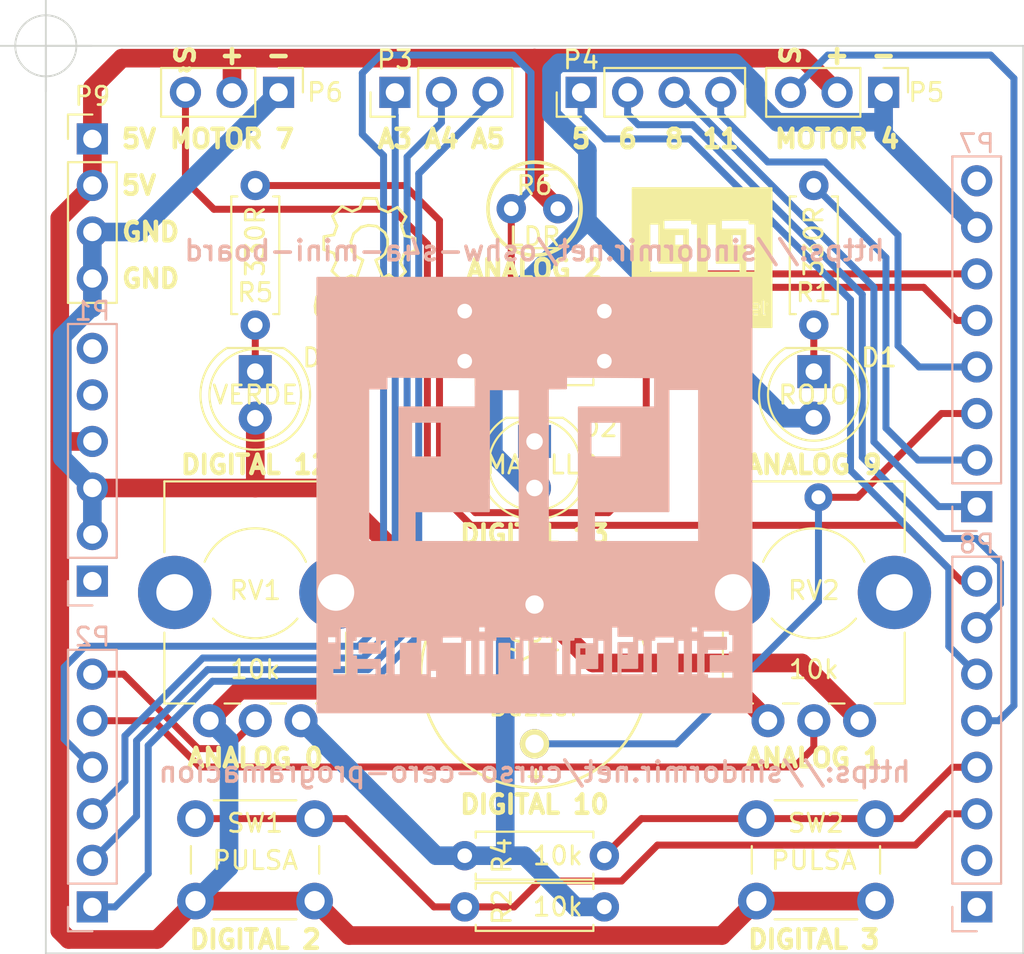
<source format=kicad_pcb>
(kicad_pcb (version 20171130) (host pcbnew "(5.1.12)-1")

  (general
    (thickness 1.6)
    (drawings 45)
    (tracks 224)
    (zones 0)
    (modules 27)
    (nets 30)
  )

  (page A4)
  (title_block
    (title "Sindormir.net S4A Mini Board")
    (date 2017-04-28)
    (rev v0.3)
    (company Sindormir.net)
    (comment 1 https://github.com/SindormirNet/S4A-Mini-board/)
    (comment 3 "Copyright (C) 2015-2017 sindormir.net")
    (comment 4 "Released under GNU/GPL 3 License https://www.gnu.org/licenses/gpl.html")
  )

  (layers
    (0 F.Cu signal)
    (31 B.Cu signal)
    (32 B.Adhes user hide)
    (33 F.Adhes user hide)
    (34 B.Paste user hide)
    (35 F.Paste user hide)
    (36 B.SilkS user hide)
    (37 F.SilkS user hide)
    (38 B.Mask user hide)
    (39 F.Mask user hide)
    (40 Dwgs.User user hide)
    (41 Cmts.User user hide)
    (42 Eco1.User user hide)
    (43 Eco2.User user hide)
    (44 Edge.Cuts user)
    (45 Margin user hide)
    (46 B.CrtYd user hide)
    (47 F.CrtYd user hide)
    (48 B.Fab user hide)
    (49 F.Fab user hide)
  )

  (setup
    (last_trace_width 0.381)
    (trace_clearance 0.254)
    (zone_clearance 0.508)
    (zone_45_only no)
    (trace_min 0.254)
    (via_size 1.524)
    (via_drill 0.762)
    (via_min_size 0.889)
    (via_min_drill 0.508)
    (uvia_size 0.508)
    (uvia_drill 0.127)
    (uvias_allowed no)
    (uvia_min_size 0.508)
    (uvia_min_drill 0.127)
    (edge_width 0.1)
    (segment_width 0.2)
    (pcb_text_width 0.3)
    (pcb_text_size 1.5 1.5)
    (mod_edge_width 0.15)
    (mod_text_size 1 1)
    (mod_text_width 0.15)
    (pad_size 2.4 2.7)
    (pad_drill 1.9)
    (pad_to_mask_clearance 0)
    (aux_axis_origin 0 0)
    (visible_elements 7FFFFFFF)
    (pcbplotparams
      (layerselection 0x010f0_80000001)
      (usegerberextensions false)
      (usegerberattributes true)
      (usegerberadvancedattributes true)
      (creategerberjobfile true)
      (excludeedgelayer true)
      (linewidth 0.100000)
      (plotframeref false)
      (viasonmask false)
      (mode 1)
      (useauxorigin false)
      (hpglpennumber 1)
      (hpglpenspeed 20)
      (hpglpendiameter 15.000000)
      (psnegative false)
      (psa4output false)
      (plotreference true)
      (plotvalue true)
      (plotinvisibletext false)
      (padsonsilk true)
      (subtractmaskfromsilk false)
      (outputformat 1)
      (mirror false)
      (drillshape 0)
      (scaleselection 1)
      (outputdirectory "fabrication/"))
  )

  (net 0 "")
  (net 1 "Net-(D1-Pad1)")
  (net 2 GND)
  (net 3 "Net-(D2-Pad1)")
  (net 4 "Net-(D3-Pad1)")
  (net 5 PINA5)
  (net 6 PINA4)
  (net 7 PINA3)
  (net 8 PINA2)
  (net 9 PINA1)
  (net 10 PINA0)
  (net 11 "Net-(P1-Pad1)")
  (net 12 +5V)
  (net 13 "Net-(P1-Pad5)")
  (net 14 "Net-(P1-Pad6)")
  (net 15 PIND5)
  (net 16 PIND6)
  (net 17 PIND8)
  (net 18 PIND11)
  (net 19 PIND4)
  (net 20 PIND7)
  (net 21 PIND9)
  (net 22 PIND10)
  (net 23 PIND12)
  (net 24 PIND13)
  (net 25 "Net-(P7-Pad8)")
  (net 26 "Net-(P8-Pad1)")
  (net 27 "Net-(P8-Pad2)")
  (net 28 PIND2)
  (net 29 PIND3)

  (net_class Default "This is the default net class."
    (clearance 0.254)
    (trace_width 0.381)
    (via_dia 1.524)
    (via_drill 0.762)
    (uvia_dia 0.508)
    (uvia_drill 0.127)
    (add_net "Net-(D1-Pad1)")
    (add_net "Net-(D2-Pad1)")
    (add_net "Net-(D3-Pad1)")
    (add_net "Net-(P1-Pad1)")
    (add_net "Net-(P1-Pad5)")
    (add_net "Net-(P1-Pad6)")
    (add_net "Net-(P7-Pad8)")
    (add_net "Net-(P8-Pad1)")
    (add_net "Net-(P8-Pad2)")
    (add_net PINA0)
    (add_net PINA1)
    (add_net PINA2)
    (add_net PINA3)
    (add_net PINA4)
    (add_net PINA5)
    (add_net PIND10)
    (add_net PIND11)
    (add_net PIND12)
    (add_net PIND13)
    (add_net PIND2)
    (add_net PIND3)
    (add_net PIND4)
    (add_net PIND5)
    (add_net PIND6)
    (add_net PIND7)
    (add_net PIND8)
    (add_net PIND9)
  )

  (net_class power ""
    (clearance 0.254)
    (trace_width 1.016)
    (via_dia 2.032)
    (via_drill 1.016)
    (uvia_dia 0.508)
    (uvia_drill 0.127)
    (add_net +5V)
    (add_net GND)
  )

  (module Buttons_Switches_ThroughHole:SW_PUSH_6mm_h5mm (layer F.Cu) (tedit 5904D886) (tstamp 5904CAB9)
    (at 158.306 140.652 180)
    (descr "tactile push button, 6x6mm e.g. PHAP33xx series, height=5mm")
    (tags "tact sw push 6mm")
    (path /54BE58B8)
    (fp_text reference SW2 (at 3.25 4.2545 180) (layer F.SilkS)
      (effects (font (size 1 1) (thickness 0.15)))
    )
    (fp_text value PULSA (at 3.3655 2.2225 180) (layer F.SilkS)
      (effects (font (size 1 1) (thickness 0.15)))
    )
    (fp_circle (center 3.25 2.25) (end 1.25 2.5) (layer F.Fab) (width 0.1))
    (fp_line (start 6.75 3) (end 6.75 1.5) (layer F.SilkS) (width 0.12))
    (fp_line (start 5.5 -1) (end 1 -1) (layer F.SilkS) (width 0.12))
    (fp_line (start -0.25 1.5) (end -0.25 3) (layer F.SilkS) (width 0.12))
    (fp_line (start 1 5.5) (end 5.5 5.5) (layer F.SilkS) (width 0.12))
    (fp_line (start 8 -1.25) (end 8 5.75) (layer F.CrtYd) (width 0.05))
    (fp_line (start 7.75 6) (end -1.25 6) (layer F.CrtYd) (width 0.05))
    (fp_line (start -1.5 5.75) (end -1.5 -1.25) (layer F.CrtYd) (width 0.05))
    (fp_line (start -1.25 -1.5) (end 7.75 -1.5) (layer F.CrtYd) (width 0.05))
    (fp_line (start -1.5 6) (end -1.25 6) (layer F.CrtYd) (width 0.05))
    (fp_line (start -1.5 5.75) (end -1.5 6) (layer F.CrtYd) (width 0.05))
    (fp_line (start -1.5 -1.5) (end -1.25 -1.5) (layer F.CrtYd) (width 0.05))
    (fp_line (start -1.5 -1.25) (end -1.5 -1.5) (layer F.CrtYd) (width 0.05))
    (fp_line (start 8 -1.5) (end 8 -1.25) (layer F.CrtYd) (width 0.05))
    (fp_line (start 7.75 -1.5) (end 8 -1.5) (layer F.CrtYd) (width 0.05))
    (fp_line (start 8 6) (end 8 5.75) (layer F.CrtYd) (width 0.05))
    (fp_line (start 7.75 6) (end 8 6) (layer F.CrtYd) (width 0.05))
    (fp_line (start 0.25 -0.75) (end 3.25 -0.75) (layer F.Fab) (width 0.1))
    (fp_line (start 0.25 5.25) (end 0.25 -0.75) (layer F.Fab) (width 0.1))
    (fp_line (start 6.25 5.25) (end 0.25 5.25) (layer F.Fab) (width 0.1))
    (fp_line (start 6.25 -0.75) (end 6.25 5.25) (layer F.Fab) (width 0.1))
    (fp_line (start 3.25 -0.75) (end 6.25 -0.75) (layer F.Fab) (width 0.1))
    (pad 2 thru_hole circle (at 0 4.5 270) (size 2 2) (drill 1.1) (layers *.Cu *.Mask)
      (net 29 PIND3))
    (pad 1 thru_hole circle (at 0 0 270) (size 2 2) (drill 1.1) (layers *.Cu *.Mask)
      (net 12 +5V))
    (pad 2 thru_hole circle (at 6.5 4.5 270) (size 2 2) (drill 1.1) (layers *.Cu *.Mask)
      (net 29 PIND3))
    (pad 1 thru_hole circle (at 6.5 0 270) (size 2 2) (drill 1.1) (layers *.Cu *.Mask)
      (net 12 +5V))
    (model Buttons_Switches_THT.3dshapes/SW_PUSH_6mm_h5mm.wrl
      (offset (xyz 0.1269999980926514 0 0))
      (scale (xyz 0.3937 0.3937 0.3937))
      (rotate (xyz 0 0 0))
    )
  )

  (module Buttons_Switches_ThroughHole:SW_PUSH_6mm_h5mm (layer F.Cu) (tedit 5904D88B) (tstamp 5904CA94)
    (at 127.698 140.652 180)
    (descr "tactile push button, 6x6mm e.g. PHAP33xx series, height=5mm")
    (tags "tact sw push 6mm")
    (path /54BE571B)
    (fp_text reference SW1 (at 3.25 4.2545 180) (layer F.SilkS)
      (effects (font (size 1 1) (thickness 0.15)))
    )
    (fp_text value PULSA (at 3.2385 2.2225 180) (layer F.SilkS)
      (effects (font (size 1 1) (thickness 0.15)))
    )
    (fp_circle (center 3.25 2.25) (end 1.25 2.5) (layer F.Fab) (width 0.1))
    (fp_line (start 6.75 3) (end 6.75 1.5) (layer F.SilkS) (width 0.12))
    (fp_line (start 5.5 -1) (end 1 -1) (layer F.SilkS) (width 0.12))
    (fp_line (start -0.25 1.5) (end -0.25 3) (layer F.SilkS) (width 0.12))
    (fp_line (start 1 5.5) (end 5.5 5.5) (layer F.SilkS) (width 0.12))
    (fp_line (start 8 -1.25) (end 8 5.75) (layer F.CrtYd) (width 0.05))
    (fp_line (start 7.75 6) (end -1.25 6) (layer F.CrtYd) (width 0.05))
    (fp_line (start -1.5 5.75) (end -1.5 -1.25) (layer F.CrtYd) (width 0.05))
    (fp_line (start -1.25 -1.5) (end 7.75 -1.5) (layer F.CrtYd) (width 0.05))
    (fp_line (start -1.5 6) (end -1.25 6) (layer F.CrtYd) (width 0.05))
    (fp_line (start -1.5 5.75) (end -1.5 6) (layer F.CrtYd) (width 0.05))
    (fp_line (start -1.5 -1.5) (end -1.25 -1.5) (layer F.CrtYd) (width 0.05))
    (fp_line (start -1.5 -1.25) (end -1.5 -1.5) (layer F.CrtYd) (width 0.05))
    (fp_line (start 8 -1.5) (end 8 -1.25) (layer F.CrtYd) (width 0.05))
    (fp_line (start 7.75 -1.5) (end 8 -1.5) (layer F.CrtYd) (width 0.05))
    (fp_line (start 8 6) (end 8 5.75) (layer F.CrtYd) (width 0.05))
    (fp_line (start 7.75 6) (end 8 6) (layer F.CrtYd) (width 0.05))
    (fp_line (start 0.25 -0.75) (end 3.25 -0.75) (layer F.Fab) (width 0.1))
    (fp_line (start 0.25 5.25) (end 0.25 -0.75) (layer F.Fab) (width 0.1))
    (fp_line (start 6.25 5.25) (end 0.25 5.25) (layer F.Fab) (width 0.1))
    (fp_line (start 6.25 -0.75) (end 6.25 5.25) (layer F.Fab) (width 0.1))
    (fp_line (start 3.25 -0.75) (end 6.25 -0.75) (layer F.Fab) (width 0.1))
    (pad 2 thru_hole circle (at 0 4.5 270) (size 2 2) (drill 1.1) (layers *.Cu *.Mask)
      (net 28 PIND2))
    (pad 1 thru_hole circle (at 0 0 270) (size 2 2) (drill 1.1) (layers *.Cu *.Mask)
      (net 12 +5V))
    (pad 2 thru_hole circle (at 6.5 4.5 270) (size 2 2) (drill 1.1) (layers *.Cu *.Mask)
      (net 28 PIND2))
    (pad 1 thru_hole circle (at 6.5 0 270) (size 2 2) (drill 1.1) (layers *.Cu *.Mask)
      (net 12 +5V))
    (model Buttons_Switches_THT.3dshapes/SW_PUSH_6mm_h5mm.wrl
      (offset (xyz 0.1269999980926514 0 0))
      (scale (xyz 0.3937 0.3937 0.3937))
      (rotate (xyz 0 0 0))
    )
  )

  (module Buzzers_Beepers:MagneticBuzzer_ProSignal_ABI-009-RC (layer F.Cu) (tedit 5904DDFB) (tstamp 54EAE797)
    (at 139.7 124.46 270)
    (descr "Buzzer, Elektromagnetic Beeper, Summer, 6V-DC,")
    (tags "Pro Signal, ABI-009-RC,")
    (path /54BE481D)
    (fp_text reference SP1 (at 2.032 0) (layer F.SilkS)
      (effects (font (size 1 1) (thickness 0.15)))
    )
    (fp_text value Buzzer (at 5.588 0 180) (layer F.SilkS)
      (effects (font (size 1 1) (thickness 0.15)))
    )
    (fp_circle (center 3.81 0) (end 10.01014 0) (layer F.SilkS) (width 0.15))
    (fp_circle (center 3.81 0) (end 4.81076 0) (layer F.SilkS) (width 0.15))
    (fp_text user + (at 9.398 0 270) (layer F.SilkS)
      (effects (font (size 1 1) (thickness 0.15)))
    )
    (pad 1 thru_hole circle (at 0.01016 0 270) (size 1.6002 1.6002) (drill 1.00076) (layers *.Cu *.Mask F.SilkS)
      (net 2 GND))
    (pad 2 thru_hole circle (at 7.60984 0 270) (size 1.6002 1.6002) (drill 1.00076) (layers *.Cu *.Mask F.SilkS)
      (net 22 PIND10))
    (model Buzzers_Beepers.3dshapes/MagneticBuzzer_ProSignal_ABI-009-RC.wrl
      (at (xyz 0 0 0))
      (scale (xyz 1 1 1))
      (rotate (xyz 0 0 0))
    )
  )

  (module Symbols:Symbol_OSHW-Logo_SilkScreen (layer F.Cu) (tedit 5904E05D) (tstamp 54BF8517)
    (at 130.683 104.775)
    (descr "Symbol, OSHW-Logo, Silk Screen,")
    (tags "Symbol, OSHW-Logo, Silk Screen,")
    (fp_text reference Symbol_OSHW-Logo_SilkScreen (at -0.127 3.429) (layer F.SilkS) hide
      (effects (font (size 1 1) (thickness 0.15)))
    )
    (fp_text value VAL** (at 0.127 3.429) (layer F.SilkS) hide
      (effects (font (size 1 1) (thickness 0.15)))
    )
    (fp_line (start 0.35052 0.89916) (end 0.7493 1.89992) (layer F.SilkS) (width 0.15))
    (fp_line (start -0.35052 0.89916) (end -0.70104 1.89992) (layer F.SilkS) (width 0.15))
    (fp_line (start -0.70104 0.70104) (end -0.35052 0.89916) (layer F.SilkS) (width 0.15))
    (fp_line (start -0.94996 0.39878) (end -0.70104 0.70104) (layer F.SilkS) (width 0.15))
    (fp_line (start -1.00076 -0.09906) (end -0.94996 0.39878) (layer F.SilkS) (width 0.15))
    (fp_line (start -0.8509 -0.55118) (end -1.00076 -0.09906) (layer F.SilkS) (width 0.15))
    (fp_line (start -0.44958 -0.89916) (end -0.8509 -0.55118) (layer F.SilkS) (width 0.15))
    (fp_line (start -0.0508 -1.00076) (end -0.44958 -0.89916) (layer F.SilkS) (width 0.15))
    (fp_line (start 0.39878 -0.94996) (end -0.0508 -1.00076) (layer F.SilkS) (width 0.15))
    (fp_line (start 0.8509 -0.59944) (end 0.39878 -0.94996) (layer F.SilkS) (width 0.15))
    (fp_line (start 1.00076 -0.24892) (end 0.8509 -0.59944) (layer F.SilkS) (width 0.15))
    (fp_line (start 1.00076 0.14986) (end 1.00076 -0.24892) (layer F.SilkS) (width 0.15))
    (fp_line (start 0.8509 0.55118) (end 1.00076 0.14986) (layer F.SilkS) (width 0.15))
    (fp_line (start 0.65024 0.7493) (end 0.8509 0.55118) (layer F.SilkS) (width 0.15))
    (fp_line (start 0.35052 0.89916) (end 0.65024 0.7493) (layer F.SilkS) (width 0.15))
    (fp_line (start -1.9304 0.5207) (end -1.7907 0.91948) (layer F.SilkS) (width 0.15))
    (fp_line (start -2.4892 0.32004) (end -1.9304 0.5207) (layer F.SilkS) (width 0.15))
    (fp_line (start -2.47904 -0.381) (end -2.4892 0.32004) (layer F.SilkS) (width 0.15))
    (fp_line (start -1.9304 -0.48006) (end -2.47904 -0.381) (layer F.SilkS) (width 0.15))
    (fp_line (start -1.76022 -0.96012) (end -1.9304 -0.48006) (layer F.SilkS) (width 0.15))
    (fp_line (start -2.00914 -1.50114) (end -1.76022 -0.96012) (layer F.SilkS) (width 0.15))
    (fp_line (start -1.49098 -2.02946) (end -2.00914 -1.50114) (layer F.SilkS) (width 0.15))
    (fp_line (start -0.9398 -1.76022) (end -1.49098 -2.02946) (layer F.SilkS) (width 0.15))
    (fp_line (start -0.5207 -1.9304) (end -0.9398 -1.76022) (layer F.SilkS) (width 0.15))
    (fp_line (start -0.30988 -2.47904) (end -0.5207 -1.9304) (layer F.SilkS) (width 0.15))
    (fp_line (start 0.381 -2.46126) (end -0.30988 -2.47904) (layer F.SilkS) (width 0.15))
    (fp_line (start 0.55118 -1.92024) (end 0.381 -2.46126) (layer F.SilkS) (width 0.15))
    (fp_line (start 1.02108 -1.71958) (end 0.55118 -1.92024) (layer F.SilkS) (width 0.15))
    (fp_line (start 1.53924 -1.9812) (end 1.02108 -1.71958) (layer F.SilkS) (width 0.15))
    (fp_line (start 2.00914 -1.47066) (end 1.53924 -1.9812) (layer F.SilkS) (width 0.15))
    (fp_line (start 1.7399 -1.00076) (end 2.00914 -1.47066) (layer F.SilkS) (width 0.15))
    (fp_line (start 1.94056 -0.42926) (end 1.7399 -1.00076) (layer F.SilkS) (width 0.15))
    (fp_line (start 2.49936 -0.28956) (end 1.94056 -0.42926) (layer F.SilkS) (width 0.15))
    (fp_line (start 2.49936 0.39116) (end 2.49936 -0.28956) (layer F.SilkS) (width 0.15))
    (fp_line (start 1.88976 0.57912) (end 2.49936 0.39116) (layer F.SilkS) (width 0.15))
    (fp_line (start 1.69926 1.04902) (end 1.88976 0.57912) (layer F.SilkS) (width 0.15))
    (fp_line (start 1.9812 1.52908) (end 1.69926 1.04902) (layer F.SilkS) (width 0.15))
    (fp_line (start 1.50876 2.0193) (end 1.9812 1.52908) (layer F.SilkS) (width 0.15))
    (fp_line (start 1.06934 1.6891) (end 1.50876 2.0193) (layer F.SilkS) (width 0.15))
    (fp_line (start 0.73914 1.8796) (end 1.06934 1.6891) (layer F.SilkS) (width 0.15))
    (fp_line (start -0.98044 1.7399) (end -0.70104 1.89992) (layer F.SilkS) (width 0.15))
    (fp_line (start -1.50114 2.00914) (end -0.98044 1.7399) (layer F.SilkS) (width 0.15))
    (fp_line (start -2.03962 1.49098) (end -1.50114 2.00914) (layer F.SilkS) (width 0.15))
    (fp_line (start -1.78054 0.92964) (end -2.03962 1.49098) (layer F.SilkS) (width 0.15))
    (fp_line (start -2.03962 2.78892) (end -2.4003 2.65938) (layer F.SilkS) (width 0.15))
    (fp_line (start -1.9304 3.07086) (end -2.03962 2.78892) (layer F.SilkS) (width 0.15))
    (fp_line (start -1.8796 3.4798) (end -1.9304 3.07086) (layer F.SilkS) (width 0.15))
    (fp_line (start -1.95072 3.93954) (end -1.8796 3.4798) (layer F.SilkS) (width 0.15))
    (fp_line (start -2.16916 4.11988) (end -1.95072 3.93954) (layer F.SilkS) (width 0.15))
    (fp_line (start -2.47904 4.191) (end -2.16916 4.11988) (layer F.SilkS) (width 0.15))
    (fp_line (start -2.7305 4.06908) (end -2.47904 4.191) (layer F.SilkS) (width 0.15))
    (fp_line (start -2.93116 3.74904) (end -2.7305 4.06908) (layer F.SilkS) (width 0.15))
    (fp_line (start -2.9591 3.40106) (end -2.93116 3.74904) (layer F.SilkS) (width 0.15))
    (fp_line (start -2.8702 2.91084) (end -2.9591 3.40106) (layer F.SilkS) (width 0.15))
    (fp_line (start -2.6289 2.66954) (end -2.8702 2.91084) (layer F.SilkS) (width 0.15))
    (fp_line (start -2.37998 2.64922) (end -2.6289 2.66954) (layer F.SilkS) (width 0.15))
    (fp_line (start -0.9906 4.20878) (end -1.34112 4.09956) (layer F.SilkS) (width 0.15))
    (fp_line (start -0.67056 4.18084) (end -0.9906 4.20878) (layer F.SilkS) (width 0.15))
    (fp_line (start -0.43942 3.95986) (end -0.67056 4.18084) (layer F.SilkS) (width 0.15))
    (fp_line (start -0.48006 3.66014) (end -0.43942 3.95986) (layer F.SilkS) (width 0.15))
    (fp_line (start -0.6604 3.50012) (end -0.48006 3.66014) (layer F.SilkS) (width 0.15))
    (fp_line (start -1.04902 3.37058) (end -0.6604 3.50012) (layer F.SilkS) (width 0.15))
    (fp_line (start -1.29032 3.12928) (end -1.04902 3.37058) (layer F.SilkS) (width 0.15))
    (fp_line (start -1.25984 2.86004) (end -1.29032 3.12928) (layer F.SilkS) (width 0.15))
    (fp_line (start -1.02108 2.65938) (end -1.25984 2.86004) (layer F.SilkS) (width 0.15))
    (fp_line (start -0.70104 2.66954) (end -1.02108 2.65938) (layer F.SilkS) (width 0.15))
    (fp_line (start -0.35052 2.75082) (end -0.70104 2.66954) (layer F.SilkS) (width 0.15))
    (fp_line (start 0.20066 4.21894) (end 0.21082 4.20878) (layer F.SilkS) (width 0.15))
    (fp_line (start 0.20066 2.64922) (end 0.20066 4.21894) (layer F.SilkS) (width 0.15))
    (fp_line (start 1.08966 2.65938) (end 1.08966 4.20116) (layer F.SilkS) (width 0.15))
    (fp_line (start 1.04902 3.38074) (end 1.04902 3.37058) (layer F.SilkS) (width 0.15))
    (fp_line (start 1.03886 3.37058) (end 1.04902 3.38074) (layer F.SilkS) (width 0.15))
    (fp_line (start 0.24892 3.38074) (end 1.03886 3.37058) (layer F.SilkS) (width 0.15))
    (fp_line (start 2.61874 4.17068) (end 2.9591 2.72034) (layer F.SilkS) (width 0.15))
    (fp_line (start 2.30886 3.0988) (end 2.61874 4.17068) (layer F.SilkS) (width 0.15))
    (fp_line (start 2.02946 4.16052) (end 2.30886 3.0988) (layer F.SilkS) (width 0.15))
    (fp_line (start 1.66878 2.68986) (end 2.02946 4.16052) (layer F.SilkS) (width 0.15))
  )

  (module logo:logo-sd (layer B.Cu) (tedit 5) (tstamp 54C76271)
    (at 139.7 118.491 180)
    (fp_text reference G***_2 (at 0 -13.081 180) (layer B.SilkS) hide
      (effects (font (size 1.524 1.524) (thickness 0.3)) (justify mirror))
    )
    (fp_text value LOGO (at 0 -13.081 180) (layer B.SilkS) hide
      (effects (font (size 1.524 1.524) (thickness 0.3)) (justify mirror))
    )
    (fp_poly (pts (xy 11.853333 -11.863917) (xy 11.313583 -11.863917) (xy 11.313583 -8.09625) (xy 11.313583 -7.90575)
      (xy 11.313583 -7.71525) (xy 11.064875 -7.71525) (xy 10.816166 -7.71525) (xy 10.816166 -7.90575)
      (xy 10.816166 -8.09625) (xy 11.064875 -8.09625) (xy 11.313583 -8.09625) (xy 11.313583 -11.863917)
      (xy 11.027833 -11.863917) (xy 11.027833 -9.831917) (xy 11.027833 -9.641417) (xy 11.027833 -9.450917)
      (xy 10.82675 -9.450917) (xy 10.625666 -9.450917) (xy 10.625666 -8.3185) (xy 10.625666 -7.186083)
      (xy 10.429875 -7.186083) (xy 10.234083 -7.186083) (xy 10.234083 -8.509) (xy 10.234083 -9.831917)
      (xy 10.630958 -9.831917) (xy 11.027833 -9.831917) (xy 11.027833 -11.863917) (xy 9.93775 -11.863917)
      (xy 9.93775 -8.805333) (xy 9.93775 -8.360833) (xy 9.93775 -7.916333) (xy 9.847791 -7.916333)
      (xy 9.757833 -7.916333) (xy 9.757833 -7.815792) (xy 9.757833 -7.71525) (xy 9.181041 -7.71525)
      (xy 9.069916 -7.71525) (xy 9.069916 -2.561167) (xy 9.069916 1.624542) (xy 9.069916 5.81025)
      (xy 8.5725 5.81025) (xy 8.075083 5.81025) (xy 8.075083 6.128863) (xy 8.075083 6.447476)
      (xy 6.955895 6.441017) (xy 6.787116 6.440053) (xy 6.60041 6.439004) (xy 6.399017 6.437889)
      (xy 6.186176 6.436723) (xy 5.965127 6.435526) (xy 5.739109 6.434313) (xy 5.511363 6.433103)
      (xy 5.285127 6.431912) (xy 5.063642 6.430758) (xy 4.850146 6.429659) (xy 4.64788 6.428631)
      (xy 4.52702 6.428024) (xy 3.217333 6.421491) (xy 3.217333 5.602579) (xy 3.217333 4.783667)
      (xy 5.296958 4.783667) (xy 7.376583 4.783667) (xy 7.376583 1.118306) (xy 7.376603 0.841009)
      (xy 7.376662 0.569141) (xy 7.37676 0.303465) (xy 7.376893 0.044743) (xy 7.377062 -0.20626)
      (xy 7.377264 -0.448782) (xy 7.377498 -0.682059) (xy 7.377762 -0.905328) (xy 7.378056 -1.117825)
      (xy 7.378377 -1.318787) (xy 7.378724 -1.507451) (xy 7.379095 -1.683054) (xy 7.37949 -1.844832)
      (xy 7.379907 -1.992022) (xy 7.380344 -2.12386) (xy 7.380799 -2.239583) (xy 7.381272 -2.338429)
      (xy 7.381761 -2.419632) (xy 7.382264 -2.482432) (xy 7.38278 -2.526063) (xy 7.383307 -2.549762)
      (xy 7.383638 -2.554111) (xy 7.39508 -2.555215) (xy 7.426079 -2.556266) (xy 7.475027 -2.55725)
      (xy 7.540316 -2.558155) (xy 7.620337 -2.558966) (xy 7.713482 -2.559671) (xy 7.818141 -2.560256)
      (xy 7.932706 -2.560708) (xy 8.055568 -2.561012) (xy 8.18512 -2.561156) (xy 8.230305 -2.561167)
      (xy 9.069916 -2.561167) (xy 9.069916 -7.71525) (xy 8.60425 -7.71525) (xy 8.60425 -7.905641)
      (xy 8.60425 -8.096032) (xy 9.077854 -8.098787) (xy 9.551458 -8.101542) (xy 9.551458 -8.355542)
      (xy 9.551458 -8.609542) (xy 8.993187 -8.612281) (xy 8.434916 -8.61502) (xy 8.434916 -8.260385)
      (xy 8.434916 -7.90575) (xy 8.239125 -7.90575) (xy 8.043333 -7.90575) (xy 8.043333 -8.868833)
      (xy 8.043333 -9.831917) (xy 8.239125 -9.831917) (xy 8.434916 -9.831917) (xy 8.434916 -9.413875)
      (xy 8.434916 -8.995833) (xy 9.085791 -8.995833) (xy 9.736666 -8.995833) (xy 9.736666 -8.900583)
      (xy 9.736666 -8.805333) (xy 9.837208 -8.805333) (xy 9.93775 -8.805333) (xy 9.93775 -11.863917)
      (xy 9.704916 -11.863917) (xy 9.704916 -9.831917) (xy 9.704916 -9.636125) (xy 9.704916 -9.440333)
      (xy 9.165166 -9.440333) (xy 8.625416 -9.440333) (xy 8.625416 -9.636125) (xy 8.625416 -9.831917)
      (xy 9.165166 -9.831917) (xy 9.704916 -9.831917) (xy 9.704916 -11.863917) (xy 7.6835 -11.863917)
      (xy 7.6835 -9.831917) (xy 7.6835 -8.868833) (xy 7.6835 -7.90575) (xy 7.58825 -7.90575)
      (xy 7.493 -7.90575) (xy 7.493 -7.815792) (xy 7.493 -7.725833) (xy 6.937375 -7.725833)
      (xy 6.731 -7.725833) (xy 6.731 2.053167) (xy 6.731 3.021542) (xy 6.731 3.989917)
      (xy 5.900208 3.989917) (xy 5.069416 3.989917) (xy 5.069416 3.021542) (xy 5.069416 2.053167)
      (xy 5.900208 2.053167) (xy 6.731 2.053167) (xy 6.731 -7.725833) (xy 6.5405 -7.725833)
      (xy 6.5405 -2.561167) (xy 6.5405 -1.725083) (xy 6.5405 -0.889) (xy 4.513791 -0.889)
      (xy 2.487083 -0.889) (xy 2.487083 2.439458) (xy 2.487083 5.767917) (xy 1.651 5.767917)
      (xy 0.814916 5.767917) (xy 0.814916 1.603375) (xy 0.814916 -2.561167) (xy 3.677708 -2.561167)
      (xy 6.5405 -2.561167) (xy 6.5405 -7.725833) (xy 6.38175 -7.725833) (xy 6.38175 -7.921625)
      (xy 6.38175 -8.117417) (xy 6.842125 -8.117417) (xy 7.3025 -8.117417) (xy 7.3025 -8.974667)
      (xy 7.3025 -9.831917) (xy 7.493 -9.831917) (xy 7.6835 -9.831917) (xy 7.6835 -11.863917)
      (xy 6.233583 -11.863917) (xy 6.233583 -9.831917) (xy 6.233583 -8.868833) (xy 6.233583 -7.90575)
      (xy 6.037791 -7.90575) (xy 5.842 -7.90575) (xy 5.842 -8.868833) (xy 5.842 -9.831917)
      (xy 6.037791 -9.831917) (xy 6.233583 -9.831917) (xy 6.233583 -11.863917) (xy 5.704416 -11.863917)
      (xy 5.704416 -9.990667) (xy 5.704416 -9.768417) (xy 5.704416 -9.546167) (xy 5.513916 -9.546167)
      (xy 5.323416 -9.546167) (xy 5.323416 -9.768417) (xy 5.323416 -9.990667) (xy 5.513916 -9.990667)
      (xy 5.704416 -9.990667) (xy 5.704416 -11.863917) (xy 5.05931 -11.863917) (xy 5.05931 -8.117417)
      (xy 5.056426 -7.924271) (xy 5.053541 -7.731125) (xy 4.500562 -7.728385) (xy 3.947583 -7.725644)
      (xy 3.947583 -7.92153) (xy 3.947583 -8.117417) (xy 4.503447 -8.117417) (xy 5.05931 -8.117417)
      (xy 5.05931 -11.863917) (xy 3.799528 -11.863917) (xy 3.799528 -9.831917) (xy 3.796826 -8.871479)
      (xy 3.794125 -7.911042) (xy 3.600979 -7.908157) (xy 3.407833 -7.905272) (xy 3.407833 -8.868594)
      (xy 3.407833 -9.831917) (xy 3.60368 -9.831917) (xy 3.799528 -9.831917) (xy 3.799528 -11.863917)
      (xy 3.069166 -11.863917) (xy 3.069166 -7.338917) (xy 3.069166 -7.1755) (xy 2.874927 -7.1755)
      (xy 2.680689 -7.1755) (xy 2.673844 -7.256472) (xy 2.670267 -7.311093) (xy 2.667789 -7.372419)
      (xy 2.667 -7.420275) (xy 2.667 -7.503106) (xy 2.860145 -7.50599) (xy 2.922123 -7.506738)
      (xy 2.976731 -7.507061) (xy 3.020472 -7.506964) (xy 3.049844 -7.506455) (xy 3.061229 -7.505604)
      (xy 3.063959 -7.494454) (xy 3.066284 -7.465841) (xy 3.068027 -7.423467) (xy 3.069012 -7.371034)
      (xy 3.069166 -7.338917) (xy 3.069166 -11.863917) (xy 3.058583 -11.863917) (xy 3.058583 -9.831917)
      (xy 3.058583 -8.868833) (xy 3.058583 -7.90575) (xy 2.868083 -7.90575) (xy 2.677583 -7.90575)
      (xy 2.677583 -8.868833) (xy 2.677583 -9.831917) (xy 2.868083 -9.831917) (xy 3.058583 -9.831917)
      (xy 3.058583 -11.863917) (xy 2.317861 -11.863917) (xy 2.317861 -9.831917) (xy 2.31516 -8.871479)
      (xy 2.312458 -7.911042) (xy 2.219854 -7.907984) (xy 2.12725 -7.904926) (xy 2.12725 -7.815379)
      (xy 2.12725 -7.725833) (xy 1.677458 -7.725833) (xy 1.227666 -7.725833) (xy 1.227666 -7.805208)
      (xy 1.227666 -7.884583) (xy 1.164166 -7.884583) (xy 1.100666 -7.884583) (xy 1.100666 -7.805208)
      (xy 1.100666 -7.725833) (xy 0.931333 -7.725833) (xy 0.762 -7.725833) (xy 0.762 -7.921625)
      (xy 0.762 -8.117417) (xy 0.867833 -8.117417) (xy 0.973666 -8.117417) (xy 0.973666 -8.556625)
      (xy 0.973666 -8.995833) (xy 1.169458 -8.995833) (xy 1.36525 -8.995833) (xy 1.36525 -8.556625)
      (xy 1.36525 -8.117417) (xy 1.645708 -8.117417) (xy 1.926166 -8.117417) (xy 1.926166 -8.974667)
      (xy 1.926166 -9.831917) (xy 2.122014 -9.831917) (xy 2.317861 -9.831917) (xy 2.317861 -11.863917)
      (xy 0.656166 -11.863917) (xy 0.656166 -9.831917) (xy 0.656166 -8.868833) (xy 0.656166 -7.90575)
      (xy 0.460375 -7.90575) (xy 0.264583 -7.90575) (xy 0.264583 -8.868833) (xy 0.264583 -9.831917)
      (xy 0.460375 -9.831917) (xy 0.656166 -9.831917) (xy 0.656166 -11.863917) (xy 0.09525 -11.863917)
      (xy 0.09525 -8.117417) (xy 0.09525 -7.92153) (xy 0.09525 -7.725644) (xy -0.45773 -7.728385)
      (xy -0.73025 -7.729735) (xy -0.73025 -2.561167) (xy -0.73025 1.624437) (xy -0.73025 5.810041)
      (xy -1.225021 5.812791) (xy -1.719792 5.815542) (xy -1.722597 6.131545) (xy -1.725402 6.447549)
      (xy -3.161931 6.441027) (xy -3.357517 6.440121) (xy -3.562084 6.439143) (xy -3.773 6.438104)
      (xy -3.987635 6.43702) (xy -4.203359 6.435905) (xy -4.41754 6.434773) (xy -4.62755 6.433638)
      (xy -4.830757 6.432514) (xy -5.02453 6.431415) (xy -5.206241 6.430356) (xy -5.373257 6.42935)
      (xy -5.522949 6.428412) (xy -5.585355 6.428006) (xy -6.57225 6.421508) (xy -6.57225 5.602587)
      (xy -6.57225 4.783667) (xy -4.492625 4.783667) (xy -2.413 4.783667) (xy -2.413 1.118306)
      (xy -2.41298 0.841009) (xy -2.412921 0.569141) (xy -2.412824 0.303465) (xy -2.41269 0.044743)
      (xy -2.412522 -0.20626) (xy -2.41232 -0.448782) (xy -2.412086 -0.682059) (xy -2.411821 -0.905328)
      (xy -2.411528 -1.117825) (xy -2.411207 -1.318787) (xy -2.41086 -1.507451) (xy -2.410488 -1.683054)
      (xy -2.410093 -1.844832) (xy -2.409677 -1.992022) (xy -2.40924 -2.12386) (xy -2.408784 -2.239583)
      (xy -2.408311 -2.338429) (xy -2.407823 -2.419632) (xy -2.407319 -2.482432) (xy -2.406804 -2.526063)
      (xy -2.406276 -2.549762) (xy -2.405945 -2.554111) (xy -2.394501 -2.555218) (xy -2.363504 -2.556272)
      (xy -2.314569 -2.557259) (xy -2.249308 -2.558166) (xy -2.169337 -2.558979) (xy -2.076268 -2.559684)
      (xy -1.971715 -2.560268) (xy -1.857293 -2.560717) (xy -1.734615 -2.561018) (xy -1.605296 -2.561158)
      (xy -1.56457 -2.561167) (xy -0.73025 -2.561167) (xy -0.73025 -7.729735) (xy -1.010709 -7.731125)
      (xy -1.013621 -7.910653) (xy -1.014289 -7.970866) (xy -1.014298 -8.024133) (xy -1.013694 -8.066659)
      (xy -1.012523 -8.094649) (xy -1.011307 -8.103799) (xy -1.00625 -8.106928) (xy -0.992697 -8.109569)
      (xy -0.969179 -8.111756) (xy -0.934227 -8.113526) (xy -0.88637 -8.114915) (xy -0.824139 -8.115959)
      (xy -0.746064 -8.116694) (xy -0.650677 -8.117156) (xy -0.536507 -8.117381) (xy -0.455416 -8.117417)
      (xy 0.09525 -8.117417) (xy 0.09525 -11.863917) (xy 0.005291 -11.863917) (xy -1.164167 -11.863917)
      (xy -1.164167 -9.831917) (xy -1.164167 -8.868833) (xy -1.164167 -7.90575) (xy -1.359959 -7.90575)
      (xy -1.55575 -7.90575) (xy -1.55575 -8.868833) (xy -1.55575 -9.831917) (xy -1.359959 -9.831917)
      (xy -1.164167 -9.831917) (xy -1.164167 -11.863917) (xy -1.905 -11.863917) (xy -1.905 -9.831917)
      (xy -1.905 -8.869191) (xy -1.905 -7.906466) (xy -2.018771 -7.903462) (xy -2.132542 -7.900458)
      (xy -2.135672 -7.829021) (xy -2.138801 -7.757583) (xy -2.693942 -7.757583) (xy -3.058584 -7.757583)
      (xy -3.058584 2.053167) (xy -3.058584 3.021542) (xy -3.058584 3.989917) (xy -3.894667 3.989917)
      (xy -4.73075 3.989917) (xy -4.73075 3.021542) (xy -4.73075 2.053167) (xy -3.894667 2.053167)
      (xy -3.058584 2.053167) (xy -3.058584 -7.757583) (xy -3.249084 -7.757583) (xy -3.249084 -2.561167)
      (xy -3.249084 -1.725083) (xy -3.249084 -0.889) (xy -5.281084 -0.889) (xy -7.313084 -0.889)
      (xy -7.313084 2.44475) (xy -7.313084 5.7785) (xy -8.143875 5.7785) (xy -8.974667 5.7785)
      (xy -8.974667 1.608667) (xy -8.974667 -2.561167) (xy -6.111875 -2.561167) (xy -3.249084 -2.561167)
      (xy -3.249084 -7.757583) (xy -3.249084 -7.948083) (xy -3.249084 -8.138583) (xy -2.772834 -8.138583)
      (xy -2.296584 -8.138583) (xy -2.296584 -8.98525) (xy -2.296584 -9.831917) (xy -2.100792 -9.831917)
      (xy -1.905 -9.831917) (xy -1.905 -11.863917) (xy -2.44475 -11.863917) (xy -2.44475 -8.763)
      (xy -2.44475 -8.54075) (xy -2.44475 -8.3185) (xy -2.63525 -8.3185) (xy -2.82575 -8.3185)
      (xy -2.82575 -8.54075) (xy -2.82575 -8.763) (xy -2.63525 -8.763) (xy -2.44475 -8.763)
      (xy -2.44475 -11.863917) (xy -2.487084 -11.863917) (xy -2.487084 -9.831917) (xy -2.487084 -9.641417)
      (xy -2.487084 -9.450917) (xy -2.958042 -9.450917) (xy -3.429 -9.450917) (xy -3.429 -8.678333)
      (xy -3.429 -7.90575) (xy -3.6195 -7.90575) (xy -3.81 -7.90575) (xy -3.81 -8.868833)
      (xy -3.81 -9.831917) (xy -3.148542 -9.831917) (xy -2.487084 -9.831917) (xy -2.487084 -11.863917)
      (xy -4.180417 -11.863917) (xy -4.180417 -9.831917) (xy -4.180417 -8.509) (xy -4.180417 -7.186083)
      (xy -4.376209 -7.186083) (xy -4.572 -7.186083) (xy -4.572 -7.440083) (xy -4.572 -7.694083)
      (xy -5.000625 -7.694083) (xy -5.42925 -7.694083) (xy -5.42925 -7.884583) (xy -5.42925 -8.075083)
      (xy -5.000625 -8.075083) (xy -4.572 -8.075083) (xy -4.572 -8.9535) (xy -4.572 -9.831917)
      (xy -4.376209 -9.831917) (xy -4.180417 -9.831917) (xy -4.180417 -11.863917) (xy -4.699 -11.863917)
      (xy -4.699 -9.831917) (xy -4.699 -9.636125) (xy -4.699 -9.440333) (xy -4.751917 -9.440333)
      (xy -4.751917 -8.763) (xy -4.751917 -8.54075) (xy -4.751917 -8.3185) (xy -4.942417 -8.3185)
      (xy -5.132917 -8.3185) (xy -5.132917 -8.54075) (xy -5.132917 -8.763) (xy -4.942417 -8.763)
      (xy -4.751917 -8.763) (xy -4.751917 -9.440333) (xy -5.154084 -9.440333) (xy -5.609167 -9.440333)
      (xy -5.609167 -8.66775) (xy -5.609167 -7.895167) (xy -5.799667 -7.895167) (xy -5.990167 -7.895167)
      (xy -5.990167 -8.863542) (xy -5.990167 -9.831917) (xy -5.344584 -9.831917) (xy -4.699 -9.831917)
      (xy -4.699 -11.863917) (xy -6.35 -11.863917) (xy -6.35 -9.831917) (xy -6.35 -8.868833)
      (xy -6.35 -7.90575) (xy -6.44525 -7.90575) (xy -6.5405 -7.90575) (xy -6.5405 -7.815792)
      (xy -6.5405 -7.725833) (xy -7.096125 -7.725833) (xy -7.65175 -7.725833) (xy -7.65175 -7.921625)
      (xy -7.65175 -8.117417) (xy -7.191375 -8.117417) (xy -6.731 -8.117417) (xy -6.731 -8.974667)
      (xy -6.731 -9.831917) (xy -6.5405 -9.831917) (xy -6.35 -9.831917) (xy -6.35 -11.863917)
      (xy -7.799917 -11.863917) (xy -7.799917 -9.831917) (xy -7.799917 -8.868833) (xy -7.799917 -7.90575)
      (xy -7.995709 -7.90575) (xy -8.1915 -7.90575) (xy -8.1915 -8.868833) (xy -8.1915 -9.831917)
      (xy -7.995709 -9.831917) (xy -7.799917 -9.831917) (xy -7.799917 -11.863917) (xy -8.530167 -11.863917)
      (xy -8.530167 -7.338917) (xy -8.530167 -7.1755) (xy -8.725959 -7.1755) (xy -8.92175 -7.1755)
      (xy -8.92175 -7.242666) (xy -8.922565 -7.285785) (xy -8.924724 -7.339827) (xy -8.927802 -7.394624)
      (xy -8.92861 -7.406462) (xy -8.935469 -7.503094) (xy -8.740755 -7.505984) (xy -8.67852 -7.506732)
      (xy -8.623645 -7.507057) (xy -8.579613 -7.506966) (xy -8.54991 -7.506466) (xy -8.538105 -7.505604)
      (xy -8.535374 -7.494454) (xy -8.533049 -7.465841) (xy -8.531306 -7.423467) (xy -8.530322 -7.371034)
      (xy -8.530167 -7.338917) (xy -8.530167 -11.863917) (xy -8.54075 -11.863917) (xy -8.54075 -9.831917)
      (xy -8.54075 -8.868833) (xy -8.54075 -7.90575) (xy -8.73125 -7.90575) (xy -8.92175 -7.90575)
      (xy -8.92175 -8.868833) (xy -8.92175 -9.831917) (xy -8.73125 -9.831917) (xy -8.54075 -9.831917)
      (xy -8.54075 -11.863917) (xy -9.186334 -11.863917) (xy -9.186334 -7.789333) (xy -9.186334 -7.593542)
      (xy -9.186334 -7.39775) (xy -9.916187 -7.39775) (xy -10.64604 -7.39775) (xy -10.649083 -7.495646)
      (xy -10.652125 -7.593542) (xy -10.750126 -7.596586) (xy -10.848126 -7.59963) (xy -10.845376 -8.094003)
      (xy -10.842625 -8.588375) (xy -10.74473 -8.591418) (xy -10.646834 -8.594461) (xy -10.646834 -8.689314)
      (xy -10.646834 -8.784167) (xy -10.12825 -8.784167) (xy -9.609667 -8.784167) (xy -9.609667 -9.212792)
      (xy -9.609667 -9.641417) (xy -10.228792 -9.641417) (xy -10.847917 -9.641417) (xy -10.847917 -9.831917)
      (xy -10.847917 -10.022417) (xy -10.133542 -10.022417) (xy -9.419167 -10.022417) (xy -9.419167 -9.927167)
      (xy -9.419167 -9.831917) (xy -9.323917 -9.831917) (xy -9.228667 -9.831917) (xy -9.228667 -9.212792)
      (xy -9.228667 -8.593667) (xy -9.323917 -8.593667) (xy -9.419167 -8.593667) (xy -9.419167 -8.498417)
      (xy -9.419167 -8.403167) (xy -9.93775 -8.403167) (xy -10.456334 -8.403167) (xy -10.456334 -8.09625)
      (xy -10.456334 -7.789333) (xy -9.821334 -7.789333) (xy -9.186334 -7.789333) (xy -9.186334 -11.863917)
      (xy -11.84275 -11.863917) (xy -11.84275 -0.005292) (xy -11.84275 11.853333) (xy 0.005291 11.853333)
      (xy 11.853333 11.853333) (xy 11.853333 -0.005292) (xy 11.853333 -11.863917)) (layer B.SilkS) (width 0.1))
  )

  (module logo:logo-sd (layer F.Cu) (tedit 5) (tstamp 54C68E5D)
    (at 148.844 105.537)
    (fp_text reference G*** (at -0.508 4.953) (layer F.SilkS) hide
      (effects (font (size 1.524 1.524) (thickness 0.3)))
    )
    (fp_text value LOGO (at -0.508 4.953) (layer F.SilkS) hide
      (effects (font (size 1.524 1.524) (thickness 0.3)))
    )
    (fp_poly (pts (xy 3.793066 3.796454) (xy 3.620346 3.796454) (xy 3.620346 2.5908) (xy 3.620346 2.52984)
      (xy 3.620346 2.46888) (xy 3.54076 2.46888) (xy 3.461173 2.46888) (xy 3.461173 2.52984)
      (xy 3.461173 2.5908) (xy 3.54076 2.5908) (xy 3.620346 2.5908) (xy 3.620346 3.796454)
      (xy 3.528906 3.796454) (xy 3.528906 3.146214) (xy 3.528906 3.085254) (xy 3.528906 3.024294)
      (xy 3.46456 3.024294) (xy 3.400213 3.024294) (xy 3.400213 2.66192) (xy 3.400213 2.299547)
      (xy 3.33756 2.299547) (xy 3.274906 2.299547) (xy 3.274906 2.72288) (xy 3.274906 3.146214)
      (xy 3.401906 3.146214) (xy 3.528906 3.146214) (xy 3.528906 3.796454) (xy 3.18008 3.796454)
      (xy 3.18008 2.817707) (xy 3.18008 2.675467) (xy 3.18008 2.533227) (xy 3.151293 2.533227)
      (xy 3.122506 2.533227) (xy 3.122506 2.501054) (xy 3.122506 2.46888) (xy 2.937933 2.46888)
      (xy 2.902373 2.46888) (xy 2.902373 0.819574) (xy 2.902373 -0.519853) (xy 2.902373 -1.85928)
      (xy 2.7432 -1.85928) (xy 2.584026 -1.85928) (xy 2.584026 -1.961236) (xy 2.584026 -2.063192)
      (xy 2.225886 -2.061125) (xy 2.171877 -2.060817) (xy 2.112131 -2.060481) (xy 2.047685 -2.060124)
      (xy 1.979576 -2.059751) (xy 1.90884 -2.059368) (xy 1.836515 -2.05898) (xy 1.763636 -2.058593)
      (xy 1.69124 -2.058212) (xy 1.620365 -2.057842) (xy 1.552046 -2.057491) (xy 1.487321 -2.057162)
      (xy 1.448646 -2.056968) (xy 1.029546 -2.054877) (xy 1.029546 -1.792825) (xy 1.029546 -1.530773)
      (xy 1.695026 -1.530773) (xy 2.360506 -1.530773) (xy 2.360506 -0.357858) (xy 2.360513 -0.269123)
      (xy 2.360532 -0.182125) (xy 2.360563 -0.097108) (xy 2.360606 -0.014318) (xy 2.360659 0.066004)
      (xy 2.360724 0.14361) (xy 2.360799 0.218259) (xy 2.360884 0.289705) (xy 2.360977 0.357704)
      (xy 2.36108 0.422012) (xy 2.361191 0.482385) (xy 2.36131 0.538578) (xy 2.361437 0.590346)
      (xy 2.36157 0.637447) (xy 2.36171 0.679635) (xy 2.361855 0.716667) (xy 2.362007 0.748297)
      (xy 2.362163 0.774283) (xy 2.362324 0.794378) (xy 2.362489 0.80834) (xy 2.362658 0.815924)
      (xy 2.362764 0.817316) (xy 2.366425 0.817669) (xy 2.376345 0.818005) (xy 2.392008 0.81832)
      (xy 2.412901 0.81861) (xy 2.438508 0.818869) (xy 2.468314 0.819095) (xy 2.501805 0.819282)
      (xy 2.538466 0.819427) (xy 2.577782 0.819524) (xy 2.619238 0.81957) (xy 2.633697 0.819574)
      (xy 2.902373 0.819574) (xy 2.902373 2.46888) (xy 2.75336 2.46888) (xy 2.75336 2.529805)
      (xy 2.75336 2.59073) (xy 2.904913 2.591612) (xy 3.056466 2.592494) (xy 3.056466 2.673774)
      (xy 3.056466 2.755054) (xy 2.87782 2.75593) (xy 2.699173 2.756807) (xy 2.699173 2.643323)
      (xy 2.699173 2.52984) (xy 2.63652 2.52984) (xy 2.573866 2.52984) (xy 2.573866 2.838027)
      (xy 2.573866 3.146214) (xy 2.63652 3.146214) (xy 2.699173 3.146214) (xy 2.699173 3.01244)
      (xy 2.699173 2.878667) (xy 2.907453 2.878667) (xy 3.115733 2.878667) (xy 3.115733 2.848187)
      (xy 3.115733 2.817707) (xy 3.147906 2.817707) (xy 3.18008 2.817707) (xy 3.18008 3.796454)
      (xy 3.105573 3.796454) (xy 3.105573 3.146214) (xy 3.105573 3.08356) (xy 3.105573 3.020907)
      (xy 2.932853 3.020907) (xy 2.760133 3.020907) (xy 2.760133 3.08356) (xy 2.760133 3.146214)
      (xy 2.932853 3.146214) (xy 3.105573 3.146214) (xy 3.105573 3.796454) (xy 2.45872 3.796454)
      (xy 2.45872 3.146214) (xy 2.45872 2.838027) (xy 2.45872 2.52984) (xy 2.42824 2.52984)
      (xy 2.39776 2.52984) (xy 2.39776 2.501054) (xy 2.39776 2.472267) (xy 2.21996 2.472267)
      (xy 2.15392 2.472267) (xy 2.15392 -0.657013) (xy 2.15392 -0.966893) (xy 2.15392 -1.276773)
      (xy 1.888066 -1.276773) (xy 1.622213 -1.276773) (xy 1.622213 -0.966893) (xy 1.622213 -0.657013)
      (xy 1.888066 -0.657013) (xy 2.15392 -0.657013) (xy 2.15392 2.472267) (xy 2.09296 2.472267)
      (xy 2.09296 0.819574) (xy 2.09296 0.552027) (xy 2.09296 0.28448) (xy 1.444413 0.28448)
      (xy 0.795866 0.28448) (xy 0.795866 -0.780626) (xy 0.795866 -1.845733) (xy 0.52832 -1.845733)
      (xy 0.260773 -1.845733) (xy 0.260773 -0.51308) (xy 0.260773 0.819574) (xy 1.176866 0.819574)
      (xy 2.09296 0.819574) (xy 2.09296 2.472267) (xy 2.04216 2.472267) (xy 2.04216 2.53492)
      (xy 2.04216 2.597574) (xy 2.18948 2.597574) (xy 2.3368 2.597574) (xy 2.3368 2.871894)
      (xy 2.3368 3.146214) (xy 2.39776 3.146214) (xy 2.45872 3.146214) (xy 2.45872 3.796454)
      (xy 1.994746 3.796454) (xy 1.994746 3.146214) (xy 1.994746 2.838027) (xy 1.994746 2.52984)
      (xy 1.932093 2.52984) (xy 1.86944 2.52984) (xy 1.86944 2.838027) (xy 1.86944 3.146214)
      (xy 1.932093 3.146214) (xy 1.994746 3.146214) (xy 1.994746 3.796454) (xy 1.825413 3.796454)
      (xy 1.825413 3.197014) (xy 1.825413 3.125894) (xy 1.825413 3.054774) (xy 1.764453 3.054774)
      (xy 1.703493 3.054774) (xy 1.703493 3.125894) (xy 1.703493 3.197014) (xy 1.764453 3.197014)
      (xy 1.825413 3.197014) (xy 1.825413 3.796454) (xy 1.618979 3.796454) (xy 1.618979 2.597574)
      (xy 1.618056 2.535767) (xy 1.617133 2.47396) (xy 1.44018 2.473083) (xy 1.263226 2.472206)
      (xy 1.263226 2.53489) (xy 1.263226 2.597574) (xy 1.441103 2.597574) (xy 1.618979 2.597574)
      (xy 1.618979 3.796454) (xy 1.215849 3.796454) (xy 1.215849 3.146214) (xy 1.214984 2.838874)
      (xy 1.21412 2.531534) (xy 1.152313 2.53061) (xy 1.090506 2.529687) (xy 1.090506 2.83795)
      (xy 1.090506 3.146214) (xy 1.153177 3.146214) (xy 1.215849 3.146214) (xy 1.215849 3.796454)
      (xy 0.982133 3.796454) (xy 0.982133 2.348454) (xy 0.982133 2.29616) (xy 0.919976 2.29616)
      (xy 0.85782 2.29616) (xy 0.85563 2.322071) (xy 0.854485 2.33955) (xy 0.853692 2.359174)
      (xy 0.85344 2.374488) (xy 0.85344 2.400994) (xy 0.915246 2.401917) (xy 0.935079 2.402156)
      (xy 0.952554 2.40226) (xy 0.966551 2.402229) (xy 0.97595 2.402066) (xy 0.979593 2.401794)
      (xy 0.980467 2.398226) (xy 0.981211 2.389069) (xy 0.981768 2.37551) (xy 0.982083 2.358731)
      (xy 0.982133 2.348454) (xy 0.982133 3.796454) (xy 0.978746 3.796454) (xy 0.978746 3.146214)
      (xy 0.978746 2.838027) (xy 0.978746 2.52984) (xy 0.917786 2.52984) (xy 0.856826 2.52984)
      (xy 0.856826 2.838027) (xy 0.856826 3.146214) (xy 0.917786 3.146214) (xy 0.978746 3.146214)
      (xy 0.978746 3.796454) (xy 0.741715 3.796454) (xy 0.741715 3.146214) (xy 0.740851 2.838874)
      (xy 0.739986 2.531534) (xy 0.710353 2.530555) (xy 0.68072 2.529576) (xy 0.68072 2.500922)
      (xy 0.68072 2.472267) (xy 0.536786 2.472267) (xy 0.392853 2.472267) (xy 0.392853 2.497667)
      (xy 0.392853 2.523067) (xy 0.372533 2.523067) (xy 0.352213 2.523067) (xy 0.352213 2.497667)
      (xy 0.352213 2.472267) (xy 0.298026 2.472267) (xy 0.24384 2.472267) (xy 0.24384 2.53492)
      (xy 0.24384 2.597574) (xy 0.277706 2.597574) (xy 0.311573 2.597574) (xy 0.311573 2.73812)
      (xy 0.311573 2.878667) (xy 0.374226 2.878667) (xy 0.43688 2.878667) (xy 0.43688 2.73812)
      (xy 0.43688 2.597574) (xy 0.526626 2.597574) (xy 0.616373 2.597574) (xy 0.616373 2.871894)
      (xy 0.616373 3.146214) (xy 0.679044 3.146214) (xy 0.741715 3.146214) (xy 0.741715 3.796454)
      (xy 0.209973 3.796454) (xy 0.209973 3.146214) (xy 0.209973 2.838027) (xy 0.209973 2.52984)
      (xy 0.14732 2.52984) (xy 0.084666 2.52984) (xy 0.084666 2.838027) (xy 0.084666 3.146214)
      (xy 0.14732 3.146214) (xy 0.209973 3.146214) (xy 0.209973 3.796454) (xy 0.03048 3.796454)
      (xy 0.03048 2.597574) (xy 0.03048 2.53489) (xy 0.03048 2.472206) (xy -0.146474 2.473083)
      (xy -0.23368 2.473515) (xy -0.23368 0.819574) (xy -0.23368 -0.51982) (xy -0.23368 -1.859213)
      (xy -0.392007 -1.860093) (xy -0.550334 -1.860973) (xy -0.551231 -1.962094) (xy -0.552129 -2.063215)
      (xy -1.011818 -2.061128) (xy -1.074406 -2.060839) (xy -1.139867 -2.060525) (xy -1.20736 -2.060193)
      (xy -1.276044 -2.059846) (xy -1.345075 -2.05949) (xy -1.413613 -2.059127) (xy -1.480816 -2.058764)
      (xy -1.545842 -2.058404) (xy -1.60785 -2.058053) (xy -1.665997 -2.057714) (xy -1.719443 -2.057392)
      (xy -1.767344 -2.057092) (xy -1.787314 -2.056962) (xy -2.10312 -2.054882) (xy -2.10312 -1.792828)
      (xy -2.10312 -1.530773) (xy -1.43764 -1.530773) (xy -0.77216 -1.530773) (xy -0.77216 -0.357858)
      (xy -0.772154 -0.269123) (xy -0.772135 -0.182125) (xy -0.772104 -0.097108) (xy -0.772061 -0.014318)
      (xy -0.772007 0.066004) (xy -0.771943 0.14361) (xy -0.771868 0.218259) (xy -0.771783 0.289705)
      (xy -0.771689 0.357704) (xy -0.771587 0.422012) (xy -0.771475 0.482385) (xy -0.771357 0.538578)
      (xy -0.77123 0.590346) (xy -0.771097 0.637447) (xy -0.770957 0.679635) (xy -0.770811 0.716667)
      (xy -0.77066 0.748297) (xy -0.770504 0.774283) (xy -0.770343 0.794378) (xy -0.770177 0.80834)
      (xy -0.770009 0.815924) (xy -0.769903 0.817316) (xy -0.766241 0.81767) (xy -0.756322 0.818007)
      (xy -0.740662 0.818323) (xy -0.719779 0.818613) (xy -0.694188 0.818873) (xy -0.664406 0.819099)
      (xy -0.630949 0.819286) (xy -0.594334 0.81943) (xy -0.555077 0.819526) (xy -0.513695 0.819571)
      (xy -0.500663 0.819574) (xy -0.23368 0.819574) (xy -0.23368 2.473515) (xy -0.323427 2.47396)
      (xy -0.324359 2.531409) (xy -0.324573 2.550677) (xy -0.324576 2.567723) (xy -0.324383 2.581331)
      (xy -0.324008 2.590288) (xy -0.323619 2.593216) (xy -0.322 2.594217) (xy -0.317663 2.595062)
      (xy -0.310138 2.595762) (xy -0.298953 2.596329) (xy -0.283639 2.596773) (xy -0.263725 2.597107)
      (xy -0.238741 2.597342) (xy -0.208217 2.59749) (xy -0.171683 2.597562) (xy -0.145733 2.597574)
      (xy 0.03048 2.597574) (xy 0.03048 3.796454) (xy 0.001693 3.796454) (xy -0.372534 3.796454)
      (xy -0.372534 3.146214) (xy -0.372534 2.838027) (xy -0.372534 2.52984) (xy -0.435187 2.52984)
      (xy -0.49784 2.52984) (xy -0.49784 2.838027) (xy -0.49784 3.146214) (xy -0.435187 3.146214)
      (xy -0.372534 3.146214) (xy -0.372534 3.796454) (xy -0.6096 3.796454) (xy -0.6096 3.146214)
      (xy -0.6096 2.838141) (xy -0.6096 2.530069) (xy -0.646007 2.529108) (xy -0.682414 2.528147)
      (xy -0.683415 2.505287) (xy -0.684417 2.482427) (xy -0.862062 2.482427) (xy -0.978747 2.482427)
      (xy -0.978747 -0.657013) (xy -0.978747 -0.966893) (xy -0.978747 -1.276773) (xy -1.246294 -1.276773)
      (xy -1.51384 -1.276773) (xy -1.51384 -0.966893) (xy -1.51384 -0.657013) (xy -1.246294 -0.657013)
      (xy -0.978747 -0.657013) (xy -0.978747 2.482427) (xy -1.039707 2.482427) (xy -1.039707 0.819574)
      (xy -1.039707 0.552027) (xy -1.039707 0.28448) (xy -1.689947 0.28448) (xy -2.340187 0.28448)
      (xy -2.340187 -0.78232) (xy -2.340187 -1.84912) (xy -2.60604 -1.84912) (xy -2.871894 -1.84912)
      (xy -2.871894 -0.514773) (xy -2.871894 0.819574) (xy -1.9558 0.819574) (xy -1.039707 0.819574)
      (xy -1.039707 2.482427) (xy -1.039707 2.543387) (xy -1.039707 2.604347) (xy -0.887307 2.604347)
      (xy -0.734907 2.604347) (xy -0.734907 2.87528) (xy -0.734907 3.146214) (xy -0.672254 3.146214)
      (xy -0.6096 3.146214) (xy -0.6096 3.796454) (xy -0.78232 3.796454) (xy -0.78232 2.80416)
      (xy -0.78232 2.73304) (xy -0.78232 2.66192) (xy -0.84328 2.66192) (xy -0.90424 2.66192)
      (xy -0.90424 2.73304) (xy -0.90424 2.80416) (xy -0.84328 2.80416) (xy -0.78232 2.80416)
      (xy -0.78232 3.796454) (xy -0.795867 3.796454) (xy -0.795867 3.146214) (xy -0.795867 3.085254)
      (xy -0.795867 3.024294) (xy -0.946574 3.024294) (xy -1.09728 3.024294) (xy -1.09728 2.777067)
      (xy -1.09728 2.52984) (xy -1.15824 2.52984) (xy -1.2192 2.52984) (xy -1.2192 2.838027)
      (xy -1.2192 3.146214) (xy -1.007534 3.146214) (xy -0.795867 3.146214) (xy -0.795867 3.796454)
      (xy -1.337734 3.796454) (xy -1.337734 3.146214) (xy -1.337734 2.72288) (xy -1.337734 2.299547)
      (xy -1.400387 2.299547) (xy -1.46304 2.299547) (xy -1.46304 2.380827) (xy -1.46304 2.462107)
      (xy -1.6002 2.462107) (xy -1.73736 2.462107) (xy -1.73736 2.523067) (xy -1.73736 2.584027)
      (xy -1.6002 2.584027) (xy -1.46304 2.584027) (xy -1.46304 2.86512) (xy -1.46304 3.146214)
      (xy -1.400387 3.146214) (xy -1.337734 3.146214) (xy -1.337734 3.796454) (xy -1.50368 3.796454)
      (xy -1.50368 3.146214) (xy -1.50368 3.08356) (xy -1.50368 3.020907) (xy -1.520614 3.020907)
      (xy -1.520614 2.80416) (xy -1.520614 2.73304) (xy -1.520614 2.66192) (xy -1.581574 2.66192)
      (xy -1.642534 2.66192) (xy -1.642534 2.73304) (xy -1.642534 2.80416) (xy -1.581574 2.80416)
      (xy -1.520614 2.80416) (xy -1.520614 3.020907) (xy -1.649307 3.020907) (xy -1.794934 3.020907)
      (xy -1.794934 2.77368) (xy -1.794934 2.526454) (xy -1.855894 2.526454) (xy -1.916854 2.526454)
      (xy -1.916854 2.836334) (xy -1.916854 3.146214) (xy -1.710267 3.146214) (xy -1.50368 3.146214)
      (xy -1.50368 3.796454) (xy -2.032 3.796454) (xy -2.032 3.146214) (xy -2.032 2.838027)
      (xy -2.032 2.52984) (xy -2.06248 2.52984) (xy -2.09296 2.52984) (xy -2.09296 2.501054)
      (xy -2.09296 2.472267) (xy -2.27076 2.472267) (xy -2.44856 2.472267) (xy -2.44856 2.53492)
      (xy -2.44856 2.597574) (xy -2.30124 2.597574) (xy -2.15392 2.597574) (xy -2.15392 2.871894)
      (xy -2.15392 3.146214) (xy -2.09296 3.146214) (xy -2.032 3.146214) (xy -2.032 3.796454)
      (xy -2.495974 3.796454) (xy -2.495974 3.146214) (xy -2.495974 2.838027) (xy -2.495974 2.52984)
      (xy -2.558627 2.52984) (xy -2.62128 2.52984) (xy -2.62128 2.838027) (xy -2.62128 3.146214)
      (xy -2.558627 3.146214) (xy -2.495974 3.146214) (xy -2.495974 3.796454) (xy -2.729654 3.796454)
      (xy -2.729654 2.348454) (xy -2.729654 2.29616) (xy -2.792307 2.29616) (xy -2.85496 2.29616)
      (xy -2.85496 2.317653) (xy -2.855221 2.331451) (xy -2.855912 2.348745) (xy -2.856897 2.36628)
      (xy -2.857155 2.370068) (xy -2.85935 2.40099) (xy -2.797042 2.401915) (xy -2.777127 2.402154)
      (xy -2.759567 2.402259) (xy -2.745476 2.402229) (xy -2.735971 2.402069) (xy -2.732194 2.401794)
      (xy -2.73132 2.398226) (xy -2.730576 2.389069) (xy -2.730018 2.37551) (xy -2.729703 2.358731)
      (xy -2.729654 2.348454) (xy -2.729654 3.796454) (xy -2.73304 3.796454) (xy -2.73304 3.146214)
      (xy -2.73304 2.838027) (xy -2.73304 2.52984) (xy -2.794 2.52984) (xy -2.85496 2.52984)
      (xy -2.85496 2.838027) (xy -2.85496 3.146214) (xy -2.794 3.146214) (xy -2.73304 3.146214)
      (xy -2.73304 3.796454) (xy -2.939627 3.796454) (xy -2.939627 2.492587) (xy -2.939627 2.429934)
      (xy -2.939627 2.36728) (xy -3.17318 2.36728) (xy -3.406733 2.36728) (xy -3.407707 2.398607)
      (xy -3.40868 2.429934) (xy -3.440041 2.430908) (xy -3.471401 2.431882) (xy -3.470521 2.590081)
      (xy -3.46964 2.74828) (xy -3.438314 2.749254) (xy -3.406987 2.750228) (xy -3.406987 2.780581)
      (xy -3.406987 2.810934) (xy -3.24104 2.810934) (xy -3.075094 2.810934) (xy -3.075094 2.948094)
      (xy -3.075094 3.085254) (xy -3.273214 3.085254) (xy -3.471334 3.085254) (xy -3.471334 3.146214)
      (xy -3.471334 3.207174) (xy -3.242734 3.207174) (xy -3.014134 3.207174) (xy -3.014134 3.176694)
      (xy -3.014134 3.146214) (xy -2.983654 3.146214) (xy -2.953174 3.146214) (xy -2.953174 2.948094)
      (xy -2.953174 2.749974) (xy -2.983654 2.749974) (xy -3.014134 2.749974) (xy -3.014134 2.719494)
      (xy -3.014134 2.689014) (xy -3.18008 2.689014) (xy -3.346027 2.689014) (xy -3.346027 2.5908)
      (xy -3.346027 2.492587) (xy -3.142827 2.492587) (xy -2.939627 2.492587) (xy -2.939627 3.796454)
      (xy -3.78968 3.796454) (xy -3.78968 0.001694) (xy -3.78968 -3.793066) (xy 0.001693 -3.793066)
      (xy 3.793066 -3.793066) (xy 3.793066 0.001694) (xy 3.793066 3.796454)) (layer F.SilkS) (width 0.1))
  )

  (module LEDs:LED_D5.0mm (layer F.Cu) (tedit 5904D89B) (tstamp 590397D0)
    (at 154.94 111.76 270)
    (descr "LED, diameter 5.0mm, 2 pins, http://cdn-reichelt.de/documents/datenblatt/A500/LL-504BC2E-009.pdf")
    (tags "LED diameter 5.0mm 2 pins")
    (path /54BE5031)
    (fp_text reference D1 (at -0.762 -3.556) (layer F.SilkS)
      (effects (font (size 1 1) (thickness 0.15)))
    )
    (fp_text value ROJO (at 1.27 0) (layer F.SilkS)
      (effects (font (size 1 1) (thickness 0.15)))
    )
    (fp_line (start 4.5 -3.25) (end -1.95 -3.25) (layer F.CrtYd) (width 0.05))
    (fp_line (start 4.5 3.25) (end 4.5 -3.25) (layer F.CrtYd) (width 0.05))
    (fp_line (start -1.95 3.25) (end 4.5 3.25) (layer F.CrtYd) (width 0.05))
    (fp_line (start -1.95 -3.25) (end -1.95 3.25) (layer F.CrtYd) (width 0.05))
    (fp_line (start -1.29 -1.545) (end -1.29 1.545) (layer F.SilkS) (width 0.12))
    (fp_line (start -1.23 -1.469694) (end -1.23 1.469694) (layer F.Fab) (width 0.1))
    (fp_circle (center 1.27 0) (end 3.77 0) (layer F.SilkS) (width 0.12))
    (fp_circle (center 1.27 0) (end 3.77 0) (layer F.Fab) (width 0.1))
    (fp_arc (start 1.27 0) (end -1.23 -1.469694) (angle 299.1) (layer F.Fab) (width 0.1))
    (fp_arc (start 1.27 0) (end -1.29 -1.54483) (angle 148.9) (layer F.SilkS) (width 0.12))
    (fp_arc (start 1.27 0) (end -1.29 1.54483) (angle -148.9) (layer F.SilkS) (width 0.12))
    (pad 1 thru_hole rect (at 0 0 270) (size 1.8 1.8) (drill 0.9) (layers *.Cu *.Mask)
      (net 1 "Net-(D1-Pad1)"))
    (pad 2 thru_hole circle (at 2.54 0 270) (size 1.8 1.8) (drill 0.9) (layers *.Cu *.Mask)
      (net 2 GND))
    (model LEDs.3dshapes/LED_D5.0mm.wrl
      (at (xyz 0 0 0))
      (scale (xyz 0.393701 0.393701 0.393701))
      (rotate (xyz 0 0 0))
    )
  )

  (module LEDs:LED_D5.0mm (layer F.Cu) (tedit 5904D8A0) (tstamp 590397D5)
    (at 139.7 115.57 270)
    (descr "LED, diameter 5.0mm, 2 pins, http://cdn-reichelt.de/documents/datenblatt/A500/LL-504BC2E-009.pdf")
    (tags "LED diameter 5.0mm 2 pins")
    (path /54BE44FF)
    (fp_text reference D2 (at -0.762 -3.556) (layer F.SilkS)
      (effects (font (size 1 1) (thickness 0.15)))
    )
    (fp_text value AMARILLO (at 1.27 0) (layer F.SilkS)
      (effects (font (size 1 1) (thickness 0.15)))
    )
    (fp_line (start 4.5 -3.25) (end -1.95 -3.25) (layer F.CrtYd) (width 0.05))
    (fp_line (start 4.5 3.25) (end 4.5 -3.25) (layer F.CrtYd) (width 0.05))
    (fp_line (start -1.95 3.25) (end 4.5 3.25) (layer F.CrtYd) (width 0.05))
    (fp_line (start -1.95 -3.25) (end -1.95 3.25) (layer F.CrtYd) (width 0.05))
    (fp_line (start -1.29 -1.545) (end -1.29 1.545) (layer F.SilkS) (width 0.12))
    (fp_line (start -1.23 -1.469694) (end -1.23 1.469694) (layer F.Fab) (width 0.1))
    (fp_circle (center 1.27 0) (end 3.77 0) (layer F.SilkS) (width 0.12))
    (fp_circle (center 1.27 0) (end 3.77 0) (layer F.Fab) (width 0.1))
    (fp_arc (start 1.27 0) (end -1.23 -1.469694) (angle 299.1) (layer F.Fab) (width 0.1))
    (fp_arc (start 1.27 0) (end -1.29 -1.54483) (angle 148.9) (layer F.SilkS) (width 0.12))
    (fp_arc (start 1.27 0) (end -1.29 1.54483) (angle -148.9) (layer F.SilkS) (width 0.12))
    (pad 1 thru_hole rect (at 0 0 270) (size 1.8 1.8) (drill 0.9) (layers *.Cu *.Mask)
      (net 3 "Net-(D2-Pad1)"))
    (pad 2 thru_hole circle (at 2.54 0 270) (size 1.8 1.8) (drill 0.9) (layers *.Cu *.Mask)
      (net 2 GND))
    (model LEDs.3dshapes/LED_D5.0mm.wrl
      (at (xyz 0 0 0))
      (scale (xyz 0.393701 0.393701 0.393701))
      (rotate (xyz 0 0 0))
    )
  )

  (module LEDs:LED_D5.0mm (layer F.Cu) (tedit 5904D8A4) (tstamp 590397DA)
    (at 124.46 111.76 270)
    (descr "LED, diameter 5.0mm, 2 pins, http://cdn-reichelt.de/documents/datenblatt/A500/LL-504BC2E-009.pdf")
    (tags "LED diameter 5.0mm 2 pins")
    (path /54BE466A)
    (fp_text reference D3 (at -0.762 -3.556) (layer F.SilkS)
      (effects (font (size 1 1) (thickness 0.15)))
    )
    (fp_text value VERDE (at 1.27 0 180) (layer F.SilkS)
      (effects (font (size 1 1) (thickness 0.15)))
    )
    (fp_line (start 4.5 -3.25) (end -1.95 -3.25) (layer F.CrtYd) (width 0.05))
    (fp_line (start 4.5 3.25) (end 4.5 -3.25) (layer F.CrtYd) (width 0.05))
    (fp_line (start -1.95 3.25) (end 4.5 3.25) (layer F.CrtYd) (width 0.05))
    (fp_line (start -1.95 -3.25) (end -1.95 3.25) (layer F.CrtYd) (width 0.05))
    (fp_line (start -1.29 -1.545) (end -1.29 1.545) (layer F.SilkS) (width 0.12))
    (fp_line (start -1.23 -1.469694) (end -1.23 1.469694) (layer F.Fab) (width 0.1))
    (fp_circle (center 1.27 0) (end 3.77 0) (layer F.SilkS) (width 0.12))
    (fp_circle (center 1.27 0) (end 3.77 0) (layer F.Fab) (width 0.1))
    (fp_arc (start 1.27 0) (end -1.23 -1.469694) (angle 299.1) (layer F.Fab) (width 0.1))
    (fp_arc (start 1.27 0) (end -1.29 -1.54483) (angle 148.9) (layer F.SilkS) (width 0.12))
    (fp_arc (start 1.27 0) (end -1.29 1.54483) (angle -148.9) (layer F.SilkS) (width 0.12))
    (pad 1 thru_hole rect (at 0 0 270) (size 1.8 1.8) (drill 0.9) (layers *.Cu *.Mask)
      (net 4 "Net-(D3-Pad1)"))
    (pad 2 thru_hole circle (at 2.54 0 270) (size 1.8 1.8) (drill 0.9) (layers *.Cu *.Mask)
      (net 2 GND))
    (model LEDs.3dshapes/LED_D5.0mm.wrl
      (at (xyz 0 0 0))
      (scale (xyz 0.393701 0.393701 0.393701))
      (rotate (xyz 0 0 0))
    )
  )

  (module Pin_Headers:Pin_Header_Straight_1x06_Pitch2.54mm (layer B.Cu) (tedit 5904E0C0) (tstamp 590397DF)
    (at 115.57 123.19)
    (descr "Through hole straight pin header, 1x06, 2.54mm pitch, single row")
    (tags "Through hole pin header THT 1x06 2.54mm single row")
    (path /54BE4501)
    (fp_text reference P1 (at 0 -14.732) (layer B.SilkS)
      (effects (font (size 1 1) (thickness 0.15)) (justify mirror))
    )
    (fp_text value "Arduino Power header" (at 2.286 -6.35 90) (layer B.SilkS) hide
      (effects (font (size 1 1) (thickness 0.15)) (justify mirror))
    )
    (fp_line (start 1.8 1.8) (end -1.8 1.8) (layer B.CrtYd) (width 0.05))
    (fp_line (start 1.8 -14.5) (end 1.8 1.8) (layer B.CrtYd) (width 0.05))
    (fp_line (start -1.8 -14.5) (end 1.8 -14.5) (layer B.CrtYd) (width 0.05))
    (fp_line (start -1.8 1.8) (end -1.8 -14.5) (layer B.CrtYd) (width 0.05))
    (fp_line (start -1.33 1.33) (end 0 1.33) (layer B.SilkS) (width 0.12))
    (fp_line (start -1.33 0) (end -1.33 1.33) (layer B.SilkS) (width 0.12))
    (fp_line (start 1.33 -1.27) (end -1.33 -1.27) (layer B.SilkS) (width 0.12))
    (fp_line (start 1.33 -14.03) (end 1.33 -1.27) (layer B.SilkS) (width 0.12))
    (fp_line (start -1.33 -14.03) (end 1.33 -14.03) (layer B.SilkS) (width 0.12))
    (fp_line (start -1.33 -1.27) (end -1.33 -14.03) (layer B.SilkS) (width 0.12))
    (fp_line (start 1.27 1.27) (end -1.27 1.27) (layer B.Fab) (width 0.1))
    (fp_line (start 1.27 -13.97) (end 1.27 1.27) (layer B.Fab) (width 0.1))
    (fp_line (start -1.27 -13.97) (end 1.27 -13.97) (layer B.Fab) (width 0.1))
    (fp_line (start -1.27 1.27) (end -1.27 -13.97) (layer B.Fab) (width 0.1))
    (fp_text user %R (at 0 -14.732) (layer B.SilkS) hide
      (effects (font (size 1 1) (thickness 0.15)) (justify mirror))
    )
    (pad 1 thru_hole rect (at 0 0) (size 1.7 1.7) (drill 1) (layers *.Cu *.Mask)
      (net 11 "Net-(P1-Pad1)"))
    (pad 2 thru_hole oval (at 0 -2.54) (size 1.7 1.7) (drill 1) (layers *.Cu *.Mask)
      (net 2 GND))
    (pad 3 thru_hole oval (at 0 -5.08) (size 1.7 1.7) (drill 1) (layers *.Cu *.Mask)
      (net 2 GND))
    (pad 4 thru_hole oval (at 0 -7.62) (size 1.7 1.7) (drill 1) (layers *.Cu *.Mask)
      (net 12 +5V))
    (pad 5 thru_hole oval (at 0 -10.16) (size 1.7 1.7) (drill 1) (layers *.Cu *.Mask)
      (net 13 "Net-(P1-Pad5)"))
    (pad 6 thru_hole oval (at 0 -12.7) (size 1.7 1.7) (drill 1) (layers *.Cu *.Mask)
      (net 14 "Net-(P1-Pad6)"))
    (model ${KISYS3DMOD}/Pin_Headers.3dshapes/Pin_Header_Straight_1x06_Pitch2.54mm.wrl
      (offset (xyz 0 -6.349999904632568 0))
      (scale (xyz 1 1 1))
      (rotate (xyz 0 0 90))
    )
  )

  (module Pin_Headers:Pin_Header_Straight_1x06_Pitch2.54mm (layer B.Cu) (tedit 5904E0C4) (tstamp 7FFFFFFF)
    (at 115.57 140.97)
    (descr "Through hole straight pin header, 1x06, 2.54mm pitch, single row")
    (tags "Through hole pin header THT 1x06 2.54mm single row")
    (path /54BE705E)
    (fp_text reference P2 (at 0 -14.732) (layer B.SilkS)
      (effects (font (size 1 1) (thickness 0.15)) (justify mirror))
    )
    (fp_text value "Arduino Analog header" (at 2.286 -6.604 90) (layer B.SilkS) hide
      (effects (font (size 1 1) (thickness 0.15)) (justify mirror))
    )
    (fp_line (start 1.8 1.8) (end -1.8 1.8) (layer B.CrtYd) (width 0.05))
    (fp_line (start 1.8 -14.5) (end 1.8 1.8) (layer B.CrtYd) (width 0.05))
    (fp_line (start -1.8 -14.5) (end 1.8 -14.5) (layer B.CrtYd) (width 0.05))
    (fp_line (start -1.8 1.8) (end -1.8 -14.5) (layer B.CrtYd) (width 0.05))
    (fp_line (start -1.33 1.33) (end 0 1.33) (layer B.SilkS) (width 0.12))
    (fp_line (start -1.33 0) (end -1.33 1.33) (layer B.SilkS) (width 0.12))
    (fp_line (start 1.33 -1.27) (end -1.33 -1.27) (layer B.SilkS) (width 0.12))
    (fp_line (start 1.33 -14.03) (end 1.33 -1.27) (layer B.SilkS) (width 0.12))
    (fp_line (start -1.33 -14.03) (end 1.33 -14.03) (layer B.SilkS) (width 0.12))
    (fp_line (start -1.33 -1.27) (end -1.33 -14.03) (layer B.SilkS) (width 0.12))
    (fp_line (start 1.27 1.27) (end -1.27 1.27) (layer B.Fab) (width 0.1))
    (fp_line (start 1.27 -13.97) (end 1.27 1.27) (layer B.Fab) (width 0.1))
    (fp_line (start -1.27 -13.97) (end 1.27 -13.97) (layer B.Fab) (width 0.1))
    (fp_line (start -1.27 1.27) (end -1.27 -13.97) (layer B.Fab) (width 0.1))
    (fp_text user %R (at 0 -14.732) (layer B.SilkS) hide
      (effects (font (size 1 1) (thickness 0.15)) (justify mirror))
    )
    (pad 1 thru_hole rect (at 0 0) (size 1.7 1.7) (drill 1) (layers *.Cu *.Mask)
      (net 5 PINA5))
    (pad 2 thru_hole oval (at 0 -2.54) (size 1.7 1.7) (drill 1) (layers *.Cu *.Mask)
      (net 6 PINA4))
    (pad 3 thru_hole oval (at 0 -5.08) (size 1.7 1.7) (drill 1) (layers *.Cu *.Mask)
      (net 7 PINA3))
    (pad 4 thru_hole oval (at 0 -7.62) (size 1.7 1.7) (drill 1) (layers *.Cu *.Mask)
      (net 8 PINA2))
    (pad 5 thru_hole oval (at 0 -10.16) (size 1.7 1.7) (drill 1) (layers *.Cu *.Mask)
      (net 9 PINA1))
    (pad 6 thru_hole oval (at 0 -12.7) (size 1.7 1.7) (drill 1) (layers *.Cu *.Mask)
      (net 10 PINA0))
    (model ${KISYS3DMOD}/Pin_Headers.3dshapes/Pin_Header_Straight_1x06_Pitch2.54mm.wrl
      (offset (xyz 0 -6.349999904632568 0))
      (scale (xyz 1 1 1))
      (rotate (xyz 0 0 90))
    )
  )

  (module Socket_Strips:Socket_Strip_Straight_1x03_Pitch2.54mm (layer F.Cu) (tedit 5) (tstamp 590397F1)
    (at 132.08 96.52 90)
    (descr "Through hole straight socket strip, 1x03, 2.54mm pitch, single row")
    (tags "Through hole socket strip THT 1x03 2.54mm single row")
    (path /54BE9E4F)
    (fp_text reference P3 (at 1.778 0 180) (layer F.SilkS)
      (effects (font (size 1 1) (thickness 0.15)))
    )
    (fp_text value "Analog pin" (at -2.54 2.54 180) (layer Eco1.User)
      (effects (font (size 1 1) (thickness 0.15)))
    )
    (fp_line (start 1.8 -1.8) (end -1.8 -1.8) (layer F.CrtYd) (width 0.05))
    (fp_line (start 1.8 6.85) (end 1.8 -1.8) (layer F.CrtYd) (width 0.05))
    (fp_line (start -1.8 6.85) (end 1.8 6.85) (layer F.CrtYd) (width 0.05))
    (fp_line (start -1.8 -1.8) (end -1.8 6.85) (layer F.CrtYd) (width 0.05))
    (fp_line (start -1.33 -1.33) (end 0 -1.33) (layer F.SilkS) (width 0.12))
    (fp_line (start -1.33 0) (end -1.33 -1.33) (layer F.SilkS) (width 0.12))
    (fp_line (start 1.33 1.27) (end -1.33 1.27) (layer F.SilkS) (width 0.12))
    (fp_line (start 1.33 6.41) (end 1.33 1.27) (layer F.SilkS) (width 0.12))
    (fp_line (start -1.33 6.41) (end 1.33 6.41) (layer F.SilkS) (width 0.12))
    (fp_line (start -1.33 1.27) (end -1.33 6.41) (layer F.SilkS) (width 0.12))
    (fp_line (start 1.27 -1.27) (end -1.27 -1.27) (layer F.Fab) (width 0.1))
    (fp_line (start 1.27 6.35) (end 1.27 -1.27) (layer F.Fab) (width 0.1))
    (fp_line (start -1.27 6.35) (end 1.27 6.35) (layer F.Fab) (width 0.1))
    (fp_line (start -1.27 -1.27) (end -1.27 6.35) (layer F.Fab) (width 0.1))
    (fp_text user %R (at 1.778 0 180) (layer F.SilkS) hide
      (effects (font (size 1 1) (thickness 0.15)))
    )
    (pad 1 thru_hole rect (at 0 0 90) (size 1.7 1.7) (drill 1) (layers *.Cu *.Mask)
      (net 7 PINA3))
    (pad 2 thru_hole oval (at 0 2.54 90) (size 1.7 1.7) (drill 1) (layers *.Cu *.Mask)
      (net 6 PINA4))
    (pad 3 thru_hole oval (at 0 5.08 90) (size 1.7 1.7) (drill 1) (layers *.Cu *.Mask)
      (net 5 PINA5))
    (model ${KISYS3DMOD}/Socket_Strips.3dshapes/Socket_Strip_Straight_1x03_Pitch2.54mm.wrl
      (offset (xyz 0 -2.539999961853027 0))
      (scale (xyz 1 1 1))
      (rotate (xyz 0 0 270))
    )
  )

  (module Socket_Strips:Socket_Strip_Straight_1x04_Pitch2.54mm (layer F.Cu) (tedit 5904DFF5) (tstamp 590397F7)
    (at 142.24 96.52 90)
    (descr "Through hole straight socket strip, 1x04, 2.54mm pitch, single row")
    (tags "Through hole socket strip THT 1x04 2.54mm single row")
    (path /54BEA1A7)
    (fp_text reference P4 (at 1.778 0 180) (layer F.SilkS)
      (effects (font (size 1 1) (thickness 0.15)))
    )
    (fp_text value "Digital pin" (at -2.794 3.81 180) (layer F.SilkS) hide
      (effects (font (size 1 1) (thickness 0.15)))
    )
    (fp_line (start 1.8 -1.8) (end -1.8 -1.8) (layer F.CrtYd) (width 0.05))
    (fp_line (start 1.8 9.4) (end 1.8 -1.8) (layer F.CrtYd) (width 0.05))
    (fp_line (start -1.8 9.4) (end 1.8 9.4) (layer F.CrtYd) (width 0.05))
    (fp_line (start -1.8 -1.8) (end -1.8 9.4) (layer F.CrtYd) (width 0.05))
    (fp_line (start -1.33 -1.33) (end 0 -1.33) (layer F.SilkS) (width 0.12))
    (fp_line (start -1.33 0) (end -1.33 -1.33) (layer F.SilkS) (width 0.12))
    (fp_line (start 1.33 1.27) (end -1.33 1.27) (layer F.SilkS) (width 0.12))
    (fp_line (start 1.33 8.95) (end 1.33 1.27) (layer F.SilkS) (width 0.12))
    (fp_line (start -1.33 8.95) (end 1.33 8.95) (layer F.SilkS) (width 0.12))
    (fp_line (start -1.33 1.27) (end -1.33 8.95) (layer F.SilkS) (width 0.12))
    (fp_line (start 1.27 -1.27) (end -1.27 -1.27) (layer F.Fab) (width 0.1))
    (fp_line (start 1.27 8.89) (end 1.27 -1.27) (layer F.Fab) (width 0.1))
    (fp_line (start -1.27 8.89) (end 1.27 8.89) (layer F.Fab) (width 0.1))
    (fp_line (start -1.27 -1.27) (end -1.27 8.89) (layer F.Fab) (width 0.1))
    (fp_text user %R (at 1.524 0 180) (layer F.SilkS) hide
      (effects (font (size 1 1) (thickness 0.15)))
    )
    (pad 1 thru_hole rect (at 0 0 90) (size 1.7 1.7) (drill 1) (layers *.Cu *.Mask)
      (net 15 PIND5))
    (pad 2 thru_hole oval (at 0 2.54 90) (size 1.7 1.7) (drill 1) (layers *.Cu *.Mask)
      (net 16 PIND6))
    (pad 3 thru_hole oval (at 0 5.08 90) (size 1.7 1.7) (drill 1) (layers *.Cu *.Mask)
      (net 17 PIND8))
    (pad 4 thru_hole oval (at 0 7.62 90) (size 1.7 1.7) (drill 1) (layers *.Cu *.Mask)
      (net 18 PIND11))
    (model ${KISYS3DMOD}/Socket_Strips.3dshapes/Socket_Strip_Straight_1x04_Pitch2.54mm.wrl
      (offset (xyz 0 -3.809999942779541 0))
      (scale (xyz 1 1 1))
      (rotate (xyz 0 0 270))
    )
  )

  (module Pin_Headers:Pin_Header_Straight_1x03_Pitch2.54mm (layer F.Cu) (tedit 5904DF7C) (tstamp 590397FE)
    (at 158.75 96.52 270)
    (descr "Through hole straight pin header, 1x03, 2.54mm pitch, single row")
    (tags "Through hole pin header THT 1x03 2.54mm single row")
    (path /54BE9283)
    (fp_text reference P5 (at 0 -2.33) (layer F.SilkS)
      (effects (font (size 1 1) (thickness 0.15)))
    )
    (fp_text value "Servo 1" (at 2.54 2.54) (layer F.SilkS) hide
      (effects (font (size 1 1) (thickness 0.15)))
    )
    (fp_line (start 1.8 -1.8) (end -1.8 -1.8) (layer F.CrtYd) (width 0.05))
    (fp_line (start 1.8 6.85) (end 1.8 -1.8) (layer F.CrtYd) (width 0.05))
    (fp_line (start -1.8 6.85) (end 1.8 6.85) (layer F.CrtYd) (width 0.05))
    (fp_line (start -1.8 -1.8) (end -1.8 6.85) (layer F.CrtYd) (width 0.05))
    (fp_line (start -1.33 -1.33) (end 0 -1.33) (layer F.SilkS) (width 0.12))
    (fp_line (start -1.33 0) (end -1.33 -1.33) (layer F.SilkS) (width 0.12))
    (fp_line (start 1.33 1.27) (end -1.33 1.27) (layer F.SilkS) (width 0.12))
    (fp_line (start 1.33 6.41) (end 1.33 1.27) (layer F.SilkS) (width 0.12))
    (fp_line (start -1.33 6.41) (end 1.33 6.41) (layer F.SilkS) (width 0.12))
    (fp_line (start -1.33 1.27) (end -1.33 6.41) (layer F.SilkS) (width 0.12))
    (fp_line (start 1.27 -1.27) (end -1.27 -1.27) (layer F.Fab) (width 0.1))
    (fp_line (start 1.27 6.35) (end 1.27 -1.27) (layer F.Fab) (width 0.1))
    (fp_line (start -1.27 6.35) (end 1.27 6.35) (layer F.Fab) (width 0.1))
    (fp_line (start -1.27 -1.27) (end -1.27 6.35) (layer F.Fab) (width 0.1))
    (fp_text user %R (at 0 -2.286) (layer F.SilkS) hide
      (effects (font (size 1 1) (thickness 0.15)))
    )
    (pad 1 thru_hole rect (at 0 0 270) (size 1.7 1.7) (drill 1) (layers *.Cu *.Mask)
      (net 2 GND))
    (pad 2 thru_hole oval (at 0 2.54 270) (size 1.7 1.7) (drill 1) (layers *.Cu *.Mask)
      (net 12 +5V))
    (pad 3 thru_hole oval (at 0 5.08 270) (size 1.7 1.7) (drill 1) (layers *.Cu *.Mask)
      (net 19 PIND4))
    (model ${KISYS3DMOD}/Pin_Headers.3dshapes/Pin_Header_Straight_1x03_Pitch2.54mm.wrl
      (offset (xyz 0 -2.539999961853027 0))
      (scale (xyz 1 1 1))
      (rotate (xyz 0 0 90))
    )
  )

  (module Pin_Headers:Pin_Header_Straight_1x03_Pitch2.54mm (layer F.Cu) (tedit 5) (tstamp 59039804)
    (at 125.73 96.52 270)
    (descr "Through hole straight pin header, 1x03, 2.54mm pitch, single row")
    (tags "Through hole pin header THT 1x03 2.54mm single row")
    (path /54BE9318)
    (fp_text reference P6 (at 0 -2.54) (layer F.SilkS)
      (effects (font (size 1 1) (thickness 0.15)))
    )
    (fp_text value "Servo 2" (at 2.54 2.54) (layer Eco1.User)
      (effects (font (size 1 1) (thickness 0.15)))
    )
    (fp_line (start 1.8 -1.8) (end -1.8 -1.8) (layer F.CrtYd) (width 0.05))
    (fp_line (start 1.8 6.85) (end 1.8 -1.8) (layer F.CrtYd) (width 0.05))
    (fp_line (start -1.8 6.85) (end 1.8 6.85) (layer F.CrtYd) (width 0.05))
    (fp_line (start -1.8 -1.8) (end -1.8 6.85) (layer F.CrtYd) (width 0.05))
    (fp_line (start -1.33 -1.33) (end 0 -1.33) (layer F.SilkS) (width 0.12))
    (fp_line (start -1.33 0) (end -1.33 -1.33) (layer F.SilkS) (width 0.12))
    (fp_line (start 1.33 1.27) (end -1.33 1.27) (layer F.SilkS) (width 0.12))
    (fp_line (start 1.33 6.41) (end 1.33 1.27) (layer F.SilkS) (width 0.12))
    (fp_line (start -1.33 6.41) (end 1.33 6.41) (layer F.SilkS) (width 0.12))
    (fp_line (start -1.33 1.27) (end -1.33 6.41) (layer F.SilkS) (width 0.12))
    (fp_line (start 1.27 -1.27) (end -1.27 -1.27) (layer F.Fab) (width 0.1))
    (fp_line (start 1.27 6.35) (end 1.27 -1.27) (layer F.Fab) (width 0.1))
    (fp_line (start -1.27 6.35) (end 1.27 6.35) (layer F.Fab) (width 0.1))
    (fp_line (start -1.27 -1.27) (end -1.27 6.35) (layer F.Fab) (width 0.1))
    (fp_text user %R (at 0 -2.54) (layer F.SilkS) hide
      (effects (font (size 1 1) (thickness 0.15)))
    )
    (pad 1 thru_hole rect (at 0 0 270) (size 1.7 1.7) (drill 1) (layers *.Cu *.Mask)
      (net 2 GND))
    (pad 2 thru_hole oval (at 0 2.54 270) (size 1.7 1.7) (drill 1) (layers *.Cu *.Mask)
      (net 12 +5V))
    (pad 3 thru_hole oval (at 0 5.08 270) (size 1.7 1.7) (drill 1) (layers *.Cu *.Mask)
      (net 20 PIND7))
    (model ${KISYS3DMOD}/Pin_Headers.3dshapes/Pin_Header_Straight_1x03_Pitch2.54mm.wrl
      (offset (xyz 0 -2.539999961853027 0))
      (scale (xyz 1 1 1))
      (rotate (xyz 0 0 90))
    )
  )

  (module Pin_Headers:Pin_Header_Straight_1x08_Pitch2.54mm (layer B.Cu) (tedit 5904E0CC) (tstamp 5903980A)
    (at 163.83 119.126)
    (descr "Through hole straight pin header, 1x08, 2.54mm pitch, single row")
    (tags "Through hole pin header THT 1x08 2.54mm single row")
    (path /54BE7EE2)
    (fp_text reference P7 (at 0 -19.812) (layer B.SilkS)
      (effects (font (size 1 1) (thickness 0.15)) (justify mirror))
    )
    (fp_text value "Arduino Digital H header" (at -2.54 -8.89 90) (layer B.SilkS) hide
      (effects (font (size 1 1) (thickness 0.15)) (justify mirror))
    )
    (fp_line (start 1.8 1.8) (end -1.8 1.8) (layer B.CrtYd) (width 0.05))
    (fp_line (start 1.8 -19.55) (end 1.8 1.8) (layer B.CrtYd) (width 0.05))
    (fp_line (start -1.8 -19.55) (end 1.8 -19.55) (layer B.CrtYd) (width 0.05))
    (fp_line (start -1.8 1.8) (end -1.8 -19.55) (layer B.CrtYd) (width 0.05))
    (fp_line (start -1.33 1.33) (end 0 1.33) (layer B.SilkS) (width 0.12))
    (fp_line (start -1.33 0) (end -1.33 1.33) (layer B.SilkS) (width 0.12))
    (fp_line (start 1.33 -1.27) (end -1.33 -1.27) (layer B.SilkS) (width 0.12))
    (fp_line (start 1.33 -19.11) (end 1.33 -1.27) (layer B.SilkS) (width 0.12))
    (fp_line (start -1.33 -19.11) (end 1.33 -19.11) (layer B.SilkS) (width 0.12))
    (fp_line (start -1.33 -1.27) (end -1.33 -19.11) (layer B.SilkS) (width 0.12))
    (fp_line (start 1.27 1.27) (end -1.27 1.27) (layer B.Fab) (width 0.1))
    (fp_line (start 1.27 -19.05) (end 1.27 1.27) (layer B.Fab) (width 0.1))
    (fp_line (start -1.27 -19.05) (end 1.27 -19.05) (layer B.Fab) (width 0.1))
    (fp_line (start -1.27 1.27) (end -1.27 -19.05) (layer B.Fab) (width 0.1))
    (fp_text user %R (at 0 -19.812) (layer B.SilkS) hide
      (effects (font (size 1 1) (thickness 0.15)) (justify mirror))
    )
    (pad 1 thru_hole rect (at 0 0) (size 1.7 1.7) (drill 1) (layers *.Cu *.Mask)
      (net 17 PIND8))
    (pad 2 thru_hole oval (at 0 -2.54) (size 1.7 1.7) (drill 1) (layers *.Cu *.Mask)
      (net 21 PIND9))
    (pad 3 thru_hole oval (at 0 -5.08) (size 1.7 1.7) (drill 1) (layers *.Cu *.Mask)
      (net 22 PIND10))
    (pad 4 thru_hole oval (at 0 -7.62) (size 1.7 1.7) (drill 1) (layers *.Cu *.Mask)
      (net 18 PIND11))
    (pad 5 thru_hole oval (at 0 -10.16) (size 1.7 1.7) (drill 1) (layers *.Cu *.Mask)
      (net 23 PIND12))
    (pad 6 thru_hole oval (at 0 -12.7) (size 1.7 1.7) (drill 1) (layers *.Cu *.Mask)
      (net 24 PIND13))
    (pad 7 thru_hole oval (at 0 -15.24) (size 1.7 1.7) (drill 1) (layers *.Cu *.Mask)
      (net 2 GND))
    (pad 8 thru_hole oval (at 0 -17.78) (size 1.7 1.7) (drill 1) (layers *.Cu *.Mask)
      (net 25 "Net-(P7-Pad8)"))
    (model ${KISYS3DMOD}/Pin_Headers.3dshapes/Pin_Header_Straight_1x08_Pitch2.54mm.wrl
      (offset (xyz 0 -8.889999866485596 0))
      (scale (xyz 1 1 1))
      (rotate (xyz 0 0 90))
    )
  )

  (module Pin_Headers:Pin_Header_Straight_1x08_Pitch2.54mm (layer B.Cu) (tedit 5904E0C8) (tstamp 59039815)
    (at 163.83 140.97)
    (descr "Through hole straight pin header, 1x08, 2.54mm pitch, single row")
    (tags "Through hole pin header THT 1x08 2.54mm single row")
    (path /54BE857D)
    (fp_text reference P8 (at 0 -19.812) (layer B.SilkS)
      (effects (font (size 1 1) (thickness 0.15)) (justify mirror))
    )
    (fp_text value "Arduino Digital L header" (at -2.54 -9.144 90) (layer B.SilkS) hide
      (effects (font (size 1 1) (thickness 0.15)) (justify mirror))
    )
    (fp_line (start 1.8 1.8) (end -1.8 1.8) (layer B.CrtYd) (width 0.05))
    (fp_line (start 1.8 -19.55) (end 1.8 1.8) (layer B.CrtYd) (width 0.05))
    (fp_line (start -1.8 -19.55) (end 1.8 -19.55) (layer B.CrtYd) (width 0.05))
    (fp_line (start -1.8 1.8) (end -1.8 -19.55) (layer B.CrtYd) (width 0.05))
    (fp_line (start -1.33 1.33) (end 0 1.33) (layer B.SilkS) (width 0.12))
    (fp_line (start -1.33 0) (end -1.33 1.33) (layer B.SilkS) (width 0.12))
    (fp_line (start 1.33 -1.27) (end -1.33 -1.27) (layer B.SilkS) (width 0.12))
    (fp_line (start 1.33 -19.11) (end 1.33 -1.27) (layer B.SilkS) (width 0.12))
    (fp_line (start -1.33 -19.11) (end 1.33 -19.11) (layer B.SilkS) (width 0.12))
    (fp_line (start -1.33 -1.27) (end -1.33 -19.11) (layer B.SilkS) (width 0.12))
    (fp_line (start 1.27 1.27) (end -1.27 1.27) (layer B.Fab) (width 0.1))
    (fp_line (start 1.27 -19.05) (end 1.27 1.27) (layer B.Fab) (width 0.1))
    (fp_line (start -1.27 -19.05) (end 1.27 -19.05) (layer B.Fab) (width 0.1))
    (fp_line (start -1.27 1.27) (end -1.27 -19.05) (layer B.Fab) (width 0.1))
    (fp_text user %R (at 0 -19.812) (layer B.SilkS) hide
      (effects (font (size 1 1) (thickness 0.15)) (justify mirror))
    )
    (pad 1 thru_hole rect (at 0 0) (size 1.7 1.7) (drill 1) (layers *.Cu *.Mask)
      (net 26 "Net-(P8-Pad1)"))
    (pad 2 thru_hole oval (at 0 -2.54) (size 1.7 1.7) (drill 1) (layers *.Cu *.Mask)
      (net 27 "Net-(P8-Pad2)"))
    (pad 3 thru_hole oval (at 0 -5.08) (size 1.7 1.7) (drill 1) (layers *.Cu *.Mask)
      (net 28 PIND2))
    (pad 4 thru_hole oval (at 0 -7.62) (size 1.7 1.7) (drill 1) (layers *.Cu *.Mask)
      (net 29 PIND3))
    (pad 5 thru_hole oval (at 0 -10.16) (size 1.7 1.7) (drill 1) (layers *.Cu *.Mask)
      (net 19 PIND4))
    (pad 6 thru_hole oval (at 0 -12.7) (size 1.7 1.7) (drill 1) (layers *.Cu *.Mask)
      (net 15 PIND5))
    (pad 7 thru_hole oval (at 0 -15.24) (size 1.7 1.7) (drill 1) (layers *.Cu *.Mask)
      (net 16 PIND6))
    (pad 8 thru_hole oval (at 0 -17.78) (size 1.7 1.7) (drill 1) (layers *.Cu *.Mask)
      (net 20 PIND7))
    (model ${KISYS3DMOD}/Pin_Headers.3dshapes/Pin_Header_Straight_1x08_Pitch2.54mm.wrl
      (offset (xyz 0 -8.889999866485596 0))
      (scale (xyz 1 1 1))
      (rotate (xyz 0 0 90))
    )
  )

  (module Socket_Strips:Socket_Strip_Straight_1x04_Pitch2.54mm (layer F.Cu) (tedit 7FFFFFFF) (tstamp 59039820)
    (at 115.57 99.06)
    (descr "Through hole straight socket strip, 1x04, 2.54mm pitch, single row")
    (tags "Through hole socket strip THT 1x04 2.54mm single row")
    (path /54BF9265)
    (fp_text reference P9 (at 0 -2.33) (layer F.SilkS)
      (effects (font (size 1 1) (thickness 0.15)))
    )
    (fp_text value Power (at 2.286 3.81 90) (layer F.SilkS) hide
      (effects (font (size 1 1) (thickness 0.15)))
    )
    (fp_line (start 1.8 -1.8) (end -1.8 -1.8) (layer F.CrtYd) (width 0.05))
    (fp_line (start 1.8 9.4) (end 1.8 -1.8) (layer F.CrtYd) (width 0.05))
    (fp_line (start -1.8 9.4) (end 1.8 9.4) (layer F.CrtYd) (width 0.05))
    (fp_line (start -1.8 -1.8) (end -1.8 9.4) (layer F.CrtYd) (width 0.05))
    (fp_line (start -1.33 -1.33) (end 0 -1.33) (layer F.SilkS) (width 0.12))
    (fp_line (start -1.33 0) (end -1.33 -1.33) (layer F.SilkS) (width 0.12))
    (fp_line (start 1.33 1.27) (end -1.33 1.27) (layer F.SilkS) (width 0.12))
    (fp_line (start 1.33 8.95) (end 1.33 1.27) (layer F.SilkS) (width 0.12))
    (fp_line (start -1.33 8.95) (end 1.33 8.95) (layer F.SilkS) (width 0.12))
    (fp_line (start -1.33 1.27) (end -1.33 8.95) (layer F.SilkS) (width 0.12))
    (fp_line (start 1.27 -1.27) (end -1.27 -1.27) (layer F.Fab) (width 0.1))
    (fp_line (start 1.27 8.89) (end 1.27 -1.27) (layer F.Fab) (width 0.1))
    (fp_line (start -1.27 8.89) (end 1.27 8.89) (layer F.Fab) (width 0.1))
    (fp_line (start -1.27 -1.27) (end -1.27 8.89) (layer F.Fab) (width 0.1))
    (fp_text user %R (at 0 -2.33) (layer F.SilkS) hide
      (effects (font (size 1 1) (thickness 0.15)))
    )
    (pad 1 thru_hole rect (at 0 0) (size 1.7 1.7) (drill 1) (layers *.Cu *.Mask)
      (net 12 +5V))
    (pad 2 thru_hole oval (at 0 2.54) (size 1.7 1.7) (drill 1) (layers *.Cu *.Mask)
      (net 12 +5V))
    (pad 3 thru_hole oval (at 0 5.08) (size 1.7 1.7) (drill 1) (layers *.Cu *.Mask)
      (net 2 GND))
    (pad 4 thru_hole oval (at 0 7.62) (size 1.7 1.7) (drill 1) (layers *.Cu *.Mask)
      (net 2 GND))
    (model ${KISYS3DMOD}/Socket_Strips.3dshapes/Socket_Strip_Straight_1x04_Pitch2.54mm.wrl
      (offset (xyz 0 -3.809999942779541 0))
      (scale (xyz 1 1 1))
      (rotate (xyz 0 0 270))
    )
  )

  (module Resistors_ThroughHole:R_Axial_DIN0207_L6.3mm_D2.5mm_P7.62mm_Horizontal (layer F.Cu) (tedit 5904D8C4) (tstamp 59039827)
    (at 154.94 109.22 90)
    (descr "Resistor, Axial_DIN0207 series, Axial, Horizontal, pin pitch=7.62mm, 0.25W = 1/4W, length*diameter=6.3*2.5mm^2, http://cdn-reichelt.de/documents/datenblatt/B400/1_4W%23YAG.pdf")
    (tags "Resistor Axial_DIN0207 series Axial Horizontal pin pitch 7.62mm 0.25W = 1/4W length 6.3mm diameter 2.5mm")
    (path /54BE4FDB)
    (fp_text reference R1 (at 1.778 0 180) (layer F.SilkS)
      (effects (font (size 1 1) (thickness 0.15)))
    )
    (fp_text value 330R (at 4.572 0 90) (layer F.SilkS)
      (effects (font (size 1 1) (thickness 0.15)))
    )
    (fp_line (start 8.7 -1.6) (end -1.05 -1.6) (layer F.CrtYd) (width 0.05))
    (fp_line (start 8.7 1.6) (end 8.7 -1.6) (layer F.CrtYd) (width 0.05))
    (fp_line (start -1.05 1.6) (end 8.7 1.6) (layer F.CrtYd) (width 0.05))
    (fp_line (start -1.05 -1.6) (end -1.05 1.6) (layer F.CrtYd) (width 0.05))
    (fp_line (start 7.02 1.31) (end 7.02 0.98) (layer F.SilkS) (width 0.12))
    (fp_line (start 0.6 1.31) (end 7.02 1.31) (layer F.SilkS) (width 0.12))
    (fp_line (start 0.6 0.98) (end 0.6 1.31) (layer F.SilkS) (width 0.12))
    (fp_line (start 7.02 -1.31) (end 7.02 -0.98) (layer F.SilkS) (width 0.12))
    (fp_line (start 0.6 -1.31) (end 7.02 -1.31) (layer F.SilkS) (width 0.12))
    (fp_line (start 0.6 -0.98) (end 0.6 -1.31) (layer F.SilkS) (width 0.12))
    (fp_line (start 7.62 0) (end 6.96 0) (layer F.Fab) (width 0.1))
    (fp_line (start 0 0) (end 0.66 0) (layer F.Fab) (width 0.1))
    (fp_line (start 6.96 -1.25) (end 0.66 -1.25) (layer F.Fab) (width 0.1))
    (fp_line (start 6.96 1.25) (end 6.96 -1.25) (layer F.Fab) (width 0.1))
    (fp_line (start 0.66 1.25) (end 6.96 1.25) (layer F.Fab) (width 0.1))
    (fp_line (start 0.66 -1.25) (end 0.66 1.25) (layer F.Fab) (width 0.1))
    (pad 1 thru_hole circle (at 0 0 90) (size 1.6 1.6) (drill 0.8) (layers *.Cu *.Mask)
      (net 1 "Net-(D1-Pad1)"))
    (pad 2 thru_hole oval (at 7.62 0 90) (size 1.6 1.6) (drill 0.8) (layers *.Cu *.Mask)
      (net 21 PIND9))
    (model Resistors_THT.3dshapes/R_Axial_DIN0207_L6.3mm_D2.5mm_P7.62mm_Horizontal.wrl
      (at (xyz 0 0 0))
      (scale (xyz 0.393701 0.393701 0.393701))
      (rotate (xyz 0 0 0))
    )
  )

  (module Resistors_ThroughHole:R_Axial_DIN0207_L6.3mm_D2.5mm_P7.62mm_Horizontal (layer F.Cu) (tedit 5904D87A) (tstamp 5903982C)
    (at 135.89 140.97)
    (descr "Resistor, Axial_DIN0207 series, Axial, Horizontal, pin pitch=7.62mm, 0.25W = 1/4W, length*diameter=6.3*2.5mm^2, http://cdn-reichelt.de/documents/datenblatt/B400/1_4W%23YAG.pdf")
    (tags "Resistor Axial_DIN0207 series Axial Horizontal pin pitch 7.62mm 0.25W = 1/4W length 6.3mm diameter 2.5mm")
    (path /54BE57F0)
    (fp_text reference R2 (at 2.032 0 90) (layer F.SilkS)
      (effects (font (size 1 1) (thickness 0.15)))
    )
    (fp_text value 10k (at 5.08 0) (layer F.SilkS)
      (effects (font (size 1 1) (thickness 0.15)))
    )
    (fp_line (start 8.7 -1.6) (end -1.05 -1.6) (layer F.CrtYd) (width 0.05))
    (fp_line (start 8.7 1.6) (end 8.7 -1.6) (layer F.CrtYd) (width 0.05))
    (fp_line (start -1.05 1.6) (end 8.7 1.6) (layer F.CrtYd) (width 0.05))
    (fp_line (start -1.05 -1.6) (end -1.05 1.6) (layer F.CrtYd) (width 0.05))
    (fp_line (start 7.02 1.31) (end 7.02 0.98) (layer F.SilkS) (width 0.12))
    (fp_line (start 0.6 1.31) (end 7.02 1.31) (layer F.SilkS) (width 0.12))
    (fp_line (start 0.6 0.98) (end 0.6 1.31) (layer F.SilkS) (width 0.12))
    (fp_line (start 7.02 -1.31) (end 7.02 -0.98) (layer F.SilkS) (width 0.12))
    (fp_line (start 0.6 -1.31) (end 7.02 -1.31) (layer F.SilkS) (width 0.12))
    (fp_line (start 0.6 -0.98) (end 0.6 -1.31) (layer F.SilkS) (width 0.12))
    (fp_line (start 7.62 0) (end 6.96 0) (layer F.Fab) (width 0.1))
    (fp_line (start 0 0) (end 0.66 0) (layer F.Fab) (width 0.1))
    (fp_line (start 6.96 -1.25) (end 0.66 -1.25) (layer F.Fab) (width 0.1))
    (fp_line (start 6.96 1.25) (end 6.96 -1.25) (layer F.Fab) (width 0.1))
    (fp_line (start 0.66 1.25) (end 6.96 1.25) (layer F.Fab) (width 0.1))
    (fp_line (start 0.66 -1.25) (end 0.66 1.25) (layer F.Fab) (width 0.1))
    (pad 1 thru_hole circle (at 0 0) (size 1.6 1.6) (drill 0.8) (layers *.Cu *.Mask)
      (net 28 PIND2))
    (pad 2 thru_hole oval (at 7.62 0) (size 1.6 1.6) (drill 0.8) (layers *.Cu *.Mask)
      (net 2 GND))
    (model Resistors_THT.3dshapes/R_Axial_DIN0207_L6.3mm_D2.5mm_P7.62mm_Horizontal.wrl
      (at (xyz 0 0 0))
      (scale (xyz 0.393701 0.393701 0.393701))
      (rotate (xyz 0 0 0))
    )
  )

  (module Resistors_ThroughHole:R_Axial_DIN0207_L6.3mm_D2.5mm_P7.62mm_Horizontal (layer F.Cu) (tedit 5904D8CD) (tstamp 59039831)
    (at 143.51 111.188 180)
    (descr "Resistor, Axial_DIN0207 series, Axial, Horizontal, pin pitch=7.62mm, 0.25W = 1/4W, length*diameter=6.3*2.5mm^2, http://cdn-reichelt.de/documents/datenblatt/B400/1_4W%23YAG.pdf")
    (tags "Resistor Axial_DIN0207 series Axial Horizontal pin pitch 7.62mm 0.25W = 1/4W length 6.3mm diameter 2.5mm")
    (path /54BE44FE)
    (fp_text reference R3 (at 5.588 -0.0635 270) (layer F.SilkS)
      (effects (font (size 1 1) (thickness 0.15)))
    )
    (fp_text value 330R (at 3.048 -0.0635 180) (layer F.SilkS)
      (effects (font (size 1 1) (thickness 0.15)))
    )
    (fp_line (start 8.7 -1.6) (end -1.05 -1.6) (layer F.CrtYd) (width 0.05))
    (fp_line (start 8.7 1.6) (end 8.7 -1.6) (layer F.CrtYd) (width 0.05))
    (fp_line (start -1.05 1.6) (end 8.7 1.6) (layer F.CrtYd) (width 0.05))
    (fp_line (start -1.05 -1.6) (end -1.05 1.6) (layer F.CrtYd) (width 0.05))
    (fp_line (start 7.02 1.31) (end 7.02 0.98) (layer F.SilkS) (width 0.12))
    (fp_line (start 0.6 1.31) (end 7.02 1.31) (layer F.SilkS) (width 0.12))
    (fp_line (start 0.6 0.98) (end 0.6 1.31) (layer F.SilkS) (width 0.12))
    (fp_line (start 7.02 -1.31) (end 7.02 -0.98) (layer F.SilkS) (width 0.12))
    (fp_line (start 0.6 -1.31) (end 7.02 -1.31) (layer F.SilkS) (width 0.12))
    (fp_line (start 0.6 -0.98) (end 0.6 -1.31) (layer F.SilkS) (width 0.12))
    (fp_line (start 7.62 0) (end 6.96 0) (layer F.Fab) (width 0.1))
    (fp_line (start 0 0) (end 0.66 0) (layer F.Fab) (width 0.1))
    (fp_line (start 6.96 -1.25) (end 0.66 -1.25) (layer F.Fab) (width 0.1))
    (fp_line (start 6.96 1.25) (end 6.96 -1.25) (layer F.Fab) (width 0.1))
    (fp_line (start 0.66 1.25) (end 6.96 1.25) (layer F.Fab) (width 0.1))
    (fp_line (start 0.66 -1.25) (end 0.66 1.25) (layer F.Fab) (width 0.1))
    (pad 1 thru_hole circle (at 0 0 180) (size 1.6 1.6) (drill 0.8) (layers *.Cu *.Mask)
      (net 3 "Net-(D2-Pad1)"))
    (pad 2 thru_hole oval (at 7.62 0 180) (size 1.6 1.6) (drill 0.8) (layers *.Cu *.Mask)
      (net 24 PIND13))
    (model Resistors_THT.3dshapes/R_Axial_DIN0207_L6.3mm_D2.5mm_P7.62mm_Horizontal.wrl
      (at (xyz 0 0 0))
      (scale (xyz 0.393701 0.393701 0.393701))
      (rotate (xyz 0 0 0))
    )
  )

  (module Resistors_ThroughHole:R_Axial_DIN0207_L6.3mm_D2.5mm_P7.62mm_Horizontal (layer F.Cu) (tedit 5904D880) (tstamp 59039836)
    (at 143.51 138.176 180)
    (descr "Resistor, Axial_DIN0207 series, Axial, Horizontal, pin pitch=7.62mm, 0.25W = 1/4W, length*diameter=6.3*2.5mm^2, http://cdn-reichelt.de/documents/datenblatt/B400/1_4W%23YAG.pdf")
    (tags "Resistor Axial_DIN0207 series Axial Horizontal pin pitch 7.62mm 0.25W = 1/4W length 6.3mm diameter 2.5mm")
    (path /54BE584B)
    (fp_text reference R4 (at 5.588 0 270) (layer F.SilkS)
      (effects (font (size 1 1) (thickness 0.15)))
    )
    (fp_text value 10k (at 2.54 0 180) (layer F.SilkS)
      (effects (font (size 1 1) (thickness 0.15)))
    )
    (fp_line (start 8.7 -1.6) (end -1.05 -1.6) (layer F.CrtYd) (width 0.05))
    (fp_line (start 8.7 1.6) (end 8.7 -1.6) (layer F.CrtYd) (width 0.05))
    (fp_line (start -1.05 1.6) (end 8.7 1.6) (layer F.CrtYd) (width 0.05))
    (fp_line (start -1.05 -1.6) (end -1.05 1.6) (layer F.CrtYd) (width 0.05))
    (fp_line (start 7.02 1.31) (end 7.02 0.98) (layer F.SilkS) (width 0.12))
    (fp_line (start 0.6 1.31) (end 7.02 1.31) (layer F.SilkS) (width 0.12))
    (fp_line (start 0.6 0.98) (end 0.6 1.31) (layer F.SilkS) (width 0.12))
    (fp_line (start 7.02 -1.31) (end 7.02 -0.98) (layer F.SilkS) (width 0.12))
    (fp_line (start 0.6 -1.31) (end 7.02 -1.31) (layer F.SilkS) (width 0.12))
    (fp_line (start 0.6 -0.98) (end 0.6 -1.31) (layer F.SilkS) (width 0.12))
    (fp_line (start 7.62 0) (end 6.96 0) (layer F.Fab) (width 0.1))
    (fp_line (start 0 0) (end 0.66 0) (layer F.Fab) (width 0.1))
    (fp_line (start 6.96 -1.25) (end 0.66 -1.25) (layer F.Fab) (width 0.1))
    (fp_line (start 6.96 1.25) (end 6.96 -1.25) (layer F.Fab) (width 0.1))
    (fp_line (start 0.66 1.25) (end 6.96 1.25) (layer F.Fab) (width 0.1))
    (fp_line (start 0.66 -1.25) (end 0.66 1.25) (layer F.Fab) (width 0.1))
    (pad 1 thru_hole circle (at 0 0 180) (size 1.6 1.6) (drill 0.8) (layers *.Cu *.Mask)
      (net 29 PIND3))
    (pad 2 thru_hole oval (at 7.62 0 180) (size 1.6 1.6) (drill 0.8) (layers *.Cu *.Mask)
      (net 2 GND))
    (model Resistors_THT.3dshapes/R_Axial_DIN0207_L6.3mm_D2.5mm_P7.62mm_Horizontal.wrl
      (at (xyz 0 0 0))
      (scale (xyz 0.393701 0.393701 0.393701))
      (rotate (xyz 0 0 0))
    )
  )

  (module Resistors_ThroughHole:R_Axial_DIN0207_L6.3mm_D2.5mm_P7.62mm_Horizontal (layer F.Cu) (tedit 5904D8AA) (tstamp 5903983B)
    (at 124.46 109.22 90)
    (descr "Resistor, Axial_DIN0207 series, Axial, Horizontal, pin pitch=7.62mm, 0.25W = 1/4W, length*diameter=6.3*2.5mm^2, http://cdn-reichelt.de/documents/datenblatt/B400/1_4W%23YAG.pdf")
    (tags "Resistor Axial_DIN0207 series Axial Horizontal pin pitch 7.62mm 0.25W = 1/4W length 6.3mm diameter 2.5mm")
    (path /54BE45E3)
    (fp_text reference R5 (at 1.778 0 180) (layer F.SilkS)
      (effects (font (size 1 1) (thickness 0.15)))
    )
    (fp_text value 330R (at 4.572 0 90) (layer F.SilkS)
      (effects (font (size 1 1) (thickness 0.15)))
    )
    (fp_line (start 8.7 -1.6) (end -1.05 -1.6) (layer F.CrtYd) (width 0.05))
    (fp_line (start 8.7 1.6) (end 8.7 -1.6) (layer F.CrtYd) (width 0.05))
    (fp_line (start -1.05 1.6) (end 8.7 1.6) (layer F.CrtYd) (width 0.05))
    (fp_line (start -1.05 -1.6) (end -1.05 1.6) (layer F.CrtYd) (width 0.05))
    (fp_line (start 7.02 1.31) (end 7.02 0.98) (layer F.SilkS) (width 0.12))
    (fp_line (start 0.6 1.31) (end 7.02 1.31) (layer F.SilkS) (width 0.12))
    (fp_line (start 0.6 0.98) (end 0.6 1.31) (layer F.SilkS) (width 0.12))
    (fp_line (start 7.02 -1.31) (end 7.02 -0.98) (layer F.SilkS) (width 0.12))
    (fp_line (start 0.6 -1.31) (end 7.02 -1.31) (layer F.SilkS) (width 0.12))
    (fp_line (start 0.6 -0.98) (end 0.6 -1.31) (layer F.SilkS) (width 0.12))
    (fp_line (start 7.62 0) (end 6.96 0) (layer F.Fab) (width 0.1))
    (fp_line (start 0 0) (end 0.66 0) (layer F.Fab) (width 0.1))
    (fp_line (start 6.96 -1.25) (end 0.66 -1.25) (layer F.Fab) (width 0.1))
    (fp_line (start 6.96 1.25) (end 6.96 -1.25) (layer F.Fab) (width 0.1))
    (fp_line (start 0.66 1.25) (end 6.96 1.25) (layer F.Fab) (width 0.1))
    (fp_line (start 0.66 -1.25) (end 0.66 1.25) (layer F.Fab) (width 0.1))
    (pad 1 thru_hole circle (at 0 0 90) (size 1.6 1.6) (drill 0.8) (layers *.Cu *.Mask)
      (net 4 "Net-(D3-Pad1)"))
    (pad 2 thru_hole oval (at 7.62 0 90) (size 1.6 1.6) (drill 0.8) (layers *.Cu *.Mask)
      (net 23 PIND12))
    (model Resistors_THT.3dshapes/R_Axial_DIN0207_L6.3mm_D2.5mm_P7.62mm_Horizontal.wrl
      (at (xyz 0 0 0))
      (scale (xyz 0.393701 0.393701 0.393701))
      (rotate (xyz 0 0 0))
    )
  )

  (module Opto-Devices:Resistor_LDR_4.9x4.2_RM2.54 (layer F.Cu) (tedit 5904D8D5) (tstamp 59039840)
    (at 140.97 102.87 180)
    (descr "Resistor, LDR 4.9x4.2mm")
    (tags "Resistor LDR4.9x4.2")
    (path /54BE6119)
    (fp_text reference R6 (at 1.27 1.27 180) (layer F.SilkS)
      (effects (font (size 1 1) (thickness 0.15)))
    )
    (fp_text value LDR (at 1.27 -1.524 180) (layer F.SilkS)
      (effects (font (size 1 1) (thickness 0.15)))
    )
    (fp_line (start 3.99 2.35) (end -1.45 2.35) (layer F.CrtYd) (width 0.05))
    (fp_line (start 3.99 2.35) (end 3.99 -2.35) (layer F.CrtYd) (width 0.05))
    (fp_line (start -1.45 -2.35) (end -1.45 2.35) (layer F.CrtYd) (width 0.05))
    (fp_line (start -1.45 -2.35) (end 3.99 -2.35) (layer F.CrtYd) (width 0.05))
    (fp_line (start -0.03 -2.1) (end 2.57 -2.1) (layer F.Fab) (width 0.1))
    (fp_line (start 2.57 2.1) (end -0.03 2.1) (layer F.Fab) (width 0.1))
    (fp_line (start 0.37 1.8) (end 2.17 1.8) (layer F.Fab) (width 0.1))
    (fp_line (start 0.37 1.2) (end 0.37 1.8) (layer F.Fab) (width 0.1))
    (fp_line (start 1.67 0.6) (end 1.67 1.2) (layer F.Fab) (width 0.1))
    (fp_line (start 0.87 0) (end 0.87 0.6) (layer F.Fab) (width 0.1))
    (fp_line (start 1.67 -0.6) (end 1.67 0) (layer F.Fab) (width 0.1))
    (fp_line (start 0.87 -1.2) (end 0.87 -0.6) (layer F.Fab) (width 0.1))
    (fp_line (start 2.17 -1.8) (end 2.17 -1.2) (layer F.Fab) (width 0.1))
    (fp_line (start 0.37 -1.8) (end 2.17 -1.8) (layer F.Fab) (width 0.1))
    (fp_line (start 0.37 1.2) (end 1.67 1.2) (layer F.Fab) (width 0.1))
    (fp_line (start 1.67 0.6) (end 0.87 0.6) (layer F.Fab) (width 0.1))
    (fp_line (start 0.87 0) (end 1.67 0) (layer F.Fab) (width 0.1))
    (fp_line (start 1.67 -0.6) (end 0.87 -0.6) (layer F.Fab) (width 0.1))
    (fp_line (start 0.87 -1.2) (end 2.17 -1.2) (layer F.Fab) (width 0.1))
    (fp_line (start -0.05 -2.15) (end 2.6 -2.15) (layer F.SilkS) (width 0.12))
    (fp_line (start -0.05 2.15) (end 2.6 2.15) (layer F.SilkS) (width 0.12))
    (fp_arc (start 1.25 0) (end -0.05 2.15) (angle 117) (layer F.SilkS) (width 0.12))
    (fp_arc (start 1.25 0) (end 2.6 -2.15) (angle 115) (layer F.SilkS) (width 0.12))
    (fp_arc (start 1.27 0) (end 2.57 -2.1) (angle 115) (layer F.Fab) (width 0.1))
    (fp_arc (start 1.27 0) (end -0.03 2.1) (angle 115) (layer F.Fab) (width 0.1))
    (pad 1 thru_hole circle (at 0 0 180) (size 1.6 1.6) (drill 0.8) (layers *.Cu *.Mask)
      (net 12 +5V))
    (pad 2 thru_hole circle (at 2.54 0 180) (size 1.6 1.6) (drill 0.8) (layers *.Cu *.Mask)
      (net 8 PINA2))
  )

  (module Resistors_ThroughHole:R_Axial_DIN0207_L6.3mm_D2.5mm_P7.62mm_Horizontal (layer F.Cu) (tedit 5904D8C8) (tstamp 59039845)
    (at 143.51 108.458 180)
    (descr "Resistor, Axial_DIN0207 series, Axial, Horizontal, pin pitch=7.62mm, 0.25W = 1/4W, length*diameter=6.3*2.5mm^2, http://cdn-reichelt.de/documents/datenblatt/B400/1_4W%23YAG.pdf")
    (tags "Resistor Axial_DIN0207 series Axial Horizontal pin pitch 7.62mm 0.25W = 1/4W length 6.3mm diameter 2.5mm")
    (path /54BE6161)
    (fp_text reference R7 (at 5.588 0 270) (layer F.SilkS)
      (effects (font (size 1 1) (thickness 0.15)))
    )
    (fp_text value 10k (at 2.54 0 180) (layer F.SilkS)
      (effects (font (size 1 1) (thickness 0.15)))
    )
    (fp_line (start 8.7 -1.6) (end -1.05 -1.6) (layer F.CrtYd) (width 0.05))
    (fp_line (start 8.7 1.6) (end 8.7 -1.6) (layer F.CrtYd) (width 0.05))
    (fp_line (start -1.05 1.6) (end 8.7 1.6) (layer F.CrtYd) (width 0.05))
    (fp_line (start -1.05 -1.6) (end -1.05 1.6) (layer F.CrtYd) (width 0.05))
    (fp_line (start 7.02 1.31) (end 7.02 0.98) (layer F.SilkS) (width 0.12))
    (fp_line (start 0.6 1.31) (end 7.02 1.31) (layer F.SilkS) (width 0.12))
    (fp_line (start 0.6 0.98) (end 0.6 1.31) (layer F.SilkS) (width 0.12))
    (fp_line (start 7.02 -1.31) (end 7.02 -0.98) (layer F.SilkS) (width 0.12))
    (fp_line (start 0.6 -1.31) (end 7.02 -1.31) (layer F.SilkS) (width 0.12))
    (fp_line (start 0.6 -0.98) (end 0.6 -1.31) (layer F.SilkS) (width 0.12))
    (fp_line (start 7.62 0) (end 6.96 0) (layer F.Fab) (width 0.1))
    (fp_line (start 0 0) (end 0.66 0) (layer F.Fab) (width 0.1))
    (fp_line (start 6.96 -1.25) (end 0.66 -1.25) (layer F.Fab) (width 0.1))
    (fp_line (start 6.96 1.25) (end 6.96 -1.25) (layer F.Fab) (width 0.1))
    (fp_line (start 0.66 1.25) (end 6.96 1.25) (layer F.Fab) (width 0.1))
    (fp_line (start 0.66 -1.25) (end 0.66 1.25) (layer F.Fab) (width 0.1))
    (pad 1 thru_hole circle (at 0 0 180) (size 1.6 1.6) (drill 0.8) (layers *.Cu *.Mask)
      (net 8 PINA2))
    (pad 2 thru_hole oval (at 7.62 0 180) (size 1.6 1.6) (drill 0.8) (layers *.Cu *.Mask)
      (net 2 GND))
    (model Resistors_THT.3dshapes/R_Axial_DIN0207_L6.3mm_D2.5mm_P7.62mm_Horizontal.wrl
      (at (xyz 0 0 0))
      (scale (xyz 0.393701 0.393701 0.393701))
      (rotate (xyz 0 0 0))
    )
  )

  (module Potentiometers:Potentiometer_Alps_RK09K_Horizontal (layer F.Cu) (tedit 5904D892) (tstamp 5903984A)
    (at 126.96 130.81 90)
    (descr "Potentiometer, horizontally mounted, Omeg PC16PU, Omeg PC16PU, Omeg PC16PU, Vishay/Spectrol 248GJ/249GJ Single, Vishay/Spectrol 248GJ/249GJ Single, Vishay/Spectrol 248GJ/249GJ Single, Vishay/Spectrol 248GH/249GH Single, Vishay/Spectrol 148/149 Single, Vishay/Spectrol 148/149 Single, Vishay/Spectrol 148/149 Single, Vishay/Spectrol 148A/149A Single with mounting plates, Vishay/Spectrol 148/149 Double, Vishay/Spectrol 148A/149A Double with mounting plates, Piher PC-16 Single, Piher PC-16 Single, Piher PC-16 Single, Piher PC-16SV Single, Piher PC-16 Double, Piher PC-16 Triple, Piher T16H Single, Piher T16L Single, Piher T16H Double, Alps RK163 Single, Alps RK163 Double, Alps RK097 Single, Alps RK097 Double, Bourns PTV09A-2 Single with mounting sleve Single, Bourns PTV09A-1 with mounting sleve Single, Bourns PRS11S Single, Alps RK09K Single with mounting sleve Single, Alps RK09K with mounting sleve Single, http://www.alps.com/prod/info/E/HTML/Potentiometer/RotaryPotentiometers/RK09K/RK09D1130C1B.html")
    (tags "Potentiometer horizontal  Omeg PC16PU  Omeg PC16PU  Omeg PC16PU  Vishay/Spectrol 248GJ/249GJ Single  Vishay/Spectrol 248GJ/249GJ Single  Vishay/Spectrol 248GJ/249GJ Single  Vishay/Spectrol 248GH/249GH Single  Vishay/Spectrol 148/149 Single  Vishay/Spectrol 148/149 Single  Vishay/Spectrol 148/149 Single  Vishay/Spectrol 148A/149A Single with mounting plates  Vishay/Spectrol 148/149 Double  Vishay/Spectrol 148A/149A Double with mounting plates  Piher PC-16 Single  Piher PC-16 Single  Piher PC-16 Single  Piher PC-16SV Single  Piher PC-16 Double  Piher PC-16 Triple  Piher T16H Single  Piher T16L Single  Piher T16H Double  Alps RK163 Single  Alps RK163 Double  Alps RK097 Single  Alps RK097 Double  Bourns PTV09A-2 Single with mounting sleve Single  Bourns PTV09A-1 with mounting sleve Single  Bourns PRS11S Single  Alps RK09K Single with mounting sleve Single  Alps RK09K with mounting sleve Single")
    (path /54BE4B2B)
    (fp_text reference RV1 (at 7.112 -2.5 180) (layer F.SilkS)
      (effects (font (size 1 1) (thickness 0.15)))
    )
    (fp_text value 10k (at 2.794 -2.5 180) (layer F.SilkS)
      (effects (font (size 1 1) (thickness 0.15)))
    )
    (fp_line (start 13.25 -9.15) (end -1.15 -9.15) (layer F.CrtYd) (width 0.05))
    (fp_line (start 13.25 4.15) (end 13.25 -9.15) (layer F.CrtYd) (width 0.05))
    (fp_line (start -1.15 4.15) (end 13.25 4.15) (layer F.CrtYd) (width 0.05))
    (fp_line (start -1.15 -9.15) (end -1.15 4.15) (layer F.CrtYd) (width 0.05))
    (fp_line (start 13.06 -7.461) (end 13.06 2.46) (layer F.SilkS) (width 0.12))
    (fp_line (start 0.94 0.825) (end 0.94 2.46) (layer F.SilkS) (width 0.12))
    (fp_line (start 0.94 -1.675) (end 0.94 -0.825) (layer F.SilkS) (width 0.12))
    (fp_line (start 0.94 -4.175) (end 0.94 -3.325) (layer F.SilkS) (width 0.12))
    (fp_line (start 0.94 -7.461) (end 0.94 -5.825) (layer F.SilkS) (width 0.12))
    (fp_line (start 9.195 2.46) (end 13.06 2.46) (layer F.SilkS) (width 0.12))
    (fp_line (start 0.94 2.46) (end 4.806 2.46) (layer F.SilkS) (width 0.12))
    (fp_line (start 9.195 -7.461) (end 13.06 -7.461) (layer F.SilkS) (width 0.12))
    (fp_line (start 0.94 -7.461) (end 4.806 -7.461) (layer F.SilkS) (width 0.12))
    (fp_line (start 13 -7.4) (end 1 -7.4) (layer F.Fab) (width 0.1))
    (fp_line (start 13 2.4) (end 13 -7.4) (layer F.Fab) (width 0.1))
    (fp_line (start 1 2.4) (end 13 2.4) (layer F.Fab) (width 0.1))
    (fp_line (start 1 -7.4) (end 1 2.4) (layer F.Fab) (width 0.1))
    (fp_circle (center 7.5 -2.5) (end 10.5 -2.5) (layer F.Fab) (width 0.1))
    (fp_circle (center 7.5 -2.5) (end 10.75 -2.5) (layer F.Fab) (width 0.1))
    (fp_arc (start 7.5 -2.5) (end 8.673 0.262) (angle -134) (layer F.SilkS) (width 0.12))
    (fp_arc (start 7.5 -2.5) (end 5.572 -4.798) (angle -100) (layer F.SilkS) (width 0.12))
    (pad 3 thru_hole circle (at 0 -5 90) (size 1.8 1.8) (drill 1) (layers *.Cu *.Mask)
      (net 12 +5V))
    (pad 2 thru_hole circle (at 0 -2.5 90) (size 1.8 1.8) (drill 1) (layers *.Cu *.Mask)
      (net 10 PINA0))
    (pad 1 thru_hole circle (at 0 0 90) (size 1.8 1.8) (drill 1) (layers *.Cu *.Mask)
      (net 2 GND))
    (pad 0 np_thru_hole circle (at 7 -6.9 90) (size 4 4) (drill 2) (layers *.Cu *.Mask))
    (pad 0 np_thru_hole circle (at 7 1.9 90) (size 4 4) (drill 2) (layers *.Cu *.Mask))
    (model Potentiometers.3dshapes/Potentiometer_Alps_RK09K_Horizontal.wrl
      (at (xyz 0 0 0))
      (scale (xyz 0.393701 0.393701 0.393701))
      (rotate (xyz 0 0 0))
    )
  )

  (module Potentiometers:Potentiometer_Alps_RK09K_Horizontal (layer F.Cu) (tedit 5904D897) (tstamp 59039852)
    (at 157.44 130.81 90)
    (descr "Potentiometer, horizontally mounted, Omeg PC16PU, Omeg PC16PU, Omeg PC16PU, Vishay/Spectrol 248GJ/249GJ Single, Vishay/Spectrol 248GJ/249GJ Single, Vishay/Spectrol 248GJ/249GJ Single, Vishay/Spectrol 248GH/249GH Single, Vishay/Spectrol 148/149 Single, Vishay/Spectrol 148/149 Single, Vishay/Spectrol 148/149 Single, Vishay/Spectrol 148A/149A Single with mounting plates, Vishay/Spectrol 148/149 Double, Vishay/Spectrol 148A/149A Double with mounting plates, Piher PC-16 Single, Piher PC-16 Single, Piher PC-16 Single, Piher PC-16SV Single, Piher PC-16 Double, Piher PC-16 Triple, Piher T16H Single, Piher T16L Single, Piher T16H Double, Alps RK163 Single, Alps RK163 Double, Alps RK097 Single, Alps RK097 Double, Bourns PTV09A-2 Single with mounting sleve Single, Bourns PTV09A-1 with mounting sleve Single, Bourns PRS11S Single, Alps RK09K Single with mounting sleve Single, Alps RK09K with mounting sleve Single, http://www.alps.com/prod/info/E/HTML/Potentiometer/RotaryPotentiometers/RK09K/RK09D1130C1B.html")
    (tags "Potentiometer horizontal  Omeg PC16PU  Omeg PC16PU  Omeg PC16PU  Vishay/Spectrol 248GJ/249GJ Single  Vishay/Spectrol 248GJ/249GJ Single  Vishay/Spectrol 248GJ/249GJ Single  Vishay/Spectrol 248GH/249GH Single  Vishay/Spectrol 148/149 Single  Vishay/Spectrol 148/149 Single  Vishay/Spectrol 148/149 Single  Vishay/Spectrol 148A/149A Single with mounting plates  Vishay/Spectrol 148/149 Double  Vishay/Spectrol 148A/149A Double with mounting plates  Piher PC-16 Single  Piher PC-16 Single  Piher PC-16 Single  Piher PC-16SV Single  Piher PC-16 Double  Piher PC-16 Triple  Piher T16H Single  Piher T16L Single  Piher T16H Double  Alps RK163 Single  Alps RK163 Double  Alps RK097 Single  Alps RK097 Double  Bourns PTV09A-2 Single with mounting sleve Single  Bourns PTV09A-1 with mounting sleve Single  Bourns PRS11S Single  Alps RK09K Single with mounting sleve Single  Alps RK09K with mounting sleve Single")
    (path /54BE4C98)
    (fp_text reference RV2 (at 7.112 -2.5 180) (layer F.SilkS)
      (effects (font (size 1 1) (thickness 0.15)))
    )
    (fp_text value 10k (at 2.794 -2.5 180) (layer F.SilkS)
      (effects (font (size 1 1) (thickness 0.15)))
    )
    (fp_line (start 13.25 -9.15) (end -1.15 -9.15) (layer F.CrtYd) (width 0.05))
    (fp_line (start 13.25 4.15) (end 13.25 -9.15) (layer F.CrtYd) (width 0.05))
    (fp_line (start -1.15 4.15) (end 13.25 4.15) (layer F.CrtYd) (width 0.05))
    (fp_line (start -1.15 -9.15) (end -1.15 4.15) (layer F.CrtYd) (width 0.05))
    (fp_line (start 13.06 -7.461) (end 13.06 2.46) (layer F.SilkS) (width 0.12))
    (fp_line (start 0.94 0.825) (end 0.94 2.46) (layer F.SilkS) (width 0.12))
    (fp_line (start 0.94 -1.675) (end 0.94 -0.825) (layer F.SilkS) (width 0.12))
    (fp_line (start 0.94 -4.175) (end 0.94 -3.325) (layer F.SilkS) (width 0.12))
    (fp_line (start 0.94 -7.461) (end 0.94 -5.825) (layer F.SilkS) (width 0.12))
    (fp_line (start 9.195 2.46) (end 13.06 2.46) (layer F.SilkS) (width 0.12))
    (fp_line (start 0.94 2.46) (end 4.806 2.46) (layer F.SilkS) (width 0.12))
    (fp_line (start 9.195 -7.461) (end 13.06 -7.461) (layer F.SilkS) (width 0.12))
    (fp_line (start 0.94 -7.461) (end 4.806 -7.461) (layer F.SilkS) (width 0.12))
    (fp_line (start 13 -7.4) (end 1 -7.4) (layer F.Fab) (width 0.1))
    (fp_line (start 13 2.4) (end 13 -7.4) (layer F.Fab) (width 0.1))
    (fp_line (start 1 2.4) (end 13 2.4) (layer F.Fab) (width 0.1))
    (fp_line (start 1 -7.4) (end 1 2.4) (layer F.Fab) (width 0.1))
    (fp_circle (center 7.5 -2.5) (end 10.5 -2.5) (layer F.Fab) (width 0.1))
    (fp_circle (center 7.5 -2.5) (end 10.75 -2.5) (layer F.Fab) (width 0.1))
    (fp_arc (start 7.5 -2.5) (end 8.673 0.262) (angle -134) (layer F.SilkS) (width 0.12))
    (fp_arc (start 7.5 -2.5) (end 5.572 -4.798) (angle -100) (layer F.SilkS) (width 0.12))
    (pad 3 thru_hole circle (at 0 -5 90) (size 1.8 1.8) (drill 1) (layers *.Cu *.Mask)
      (net 12 +5V))
    (pad 2 thru_hole circle (at 0 -2.5 90) (size 1.8 1.8) (drill 1) (layers *.Cu *.Mask)
      (net 9 PINA1))
    (pad 1 thru_hole circle (at 0 0 90) (size 1.8 1.8) (drill 1) (layers *.Cu *.Mask)
      (net 2 GND))
    (pad 0 np_thru_hole circle (at 7 -6.9 90) (size 4 4) (drill 2) (layers *.Cu *.Mask))
    (pad 0 np_thru_hole circle (at 7 1.9 90) (size 4 4) (drill 2) (layers *.Cu *.Mask))
    (model Potentiometers.3dshapes/Potentiometer_Alps_RK09K_Horizontal.wrl
      (at (xyz 0 0 0))
      (scale (xyz 0.393701 0.393701 0.393701))
      (rotate (xyz 0 0 0))
    )
  )

  (gr_text https://sindormir.net/oshw-s4a-mini-board (at 139.7 105.156) (layer B.SilkS)
    (effects (font (size 1.1 1.1) (thickness 0.2)) (justify mirror))
  )
  (gr_text https://sindormir.net/curso-cero-programacion (at 139.7 133.604) (layer B.SilkS)
    (effects (font (size 1.1 1.1) (thickness 0.2)) (justify mirror))
  )
  (gr_text "ANALOG 2" (at 139.7 106.172) (layer F.SilkS)
    (effects (font (size 1 1) (thickness 0.25)))
  )
  (gr_text - (at 158.75 94.47) (layer F.SilkS)
    (effects (font (size 1 1) (thickness 0.25)))
  )
  (gr_text + (at 156.21 94.47) (layer F.SilkS)
    (effects (font (size 1 1) (thickness 0.25)))
  )
  (gr_text S (at 153.67 94.488 90) (layer F.SilkS)
    (effects (font (size 1 1) (thickness 0.25)))
  )
  (gr_text S (at 120.65 94.47 90) (layer F.SilkS)
    (effects (font (size 1 1) (thickness 0.25)))
  )
  (gr_text ~ (at 120.65 95.25) (layer F.SilkS)
    (effects (font (size 1 1) (thickness 0.25)))
  )
  (gr_text - (at 125.73 94.47) (layer F.SilkS)
    (effects (font (size 1 1) (thickness 0.25)))
  )
  (gr_text + (at 123.19 94.47) (layer F.SilkS)
    (effects (font (size 1 1) (thickness 0.25)))
  )
  (gr_text "MOTOR 4" (at 156.21 99.06) (layer F.SilkS)
    (effects (font (size 1 1) (thickness 0.25)))
  )
  (gr_text "MOTOR 7" (at 123.19 99.06) (layer F.SilkS)
    (effects (font (size 1 1) (thickness 0.25)))
  )
  (gr_text "DIGITAL 10" (at 139.7 135.382) (layer F.SilkS)
    (effects (font (size 1 1) (thickness 0.25)))
  )
  (gr_text 11 (at 149.86 99.06) (layer F.SilkS)
    (effects (font (size 1 1) (thickness 0.25)))
  )
  (gr_text 8 (at 147.32 99.06) (layer F.SilkS)
    (effects (font (size 1 1) (thickness 0.25)))
  )
  (gr_text 6 (at 144.78 99.06) (layer F.SilkS)
    (effects (font (size 1 1) (thickness 0.25)))
  )
  (gr_text 5 (at 142.24 99.06) (layer F.SilkS)
    (effects (font (size 1 1) (thickness 0.25)))
  )
  (gr_text A5 (at 137.16 99.06) (layer F.SilkS)
    (effects (font (size 1 1) (thickness 0.25)))
  )
  (gr_text A4 (at 134.62 99.06) (layer F.SilkS)
    (effects (font (size 1 1) (thickness 0.25)))
  )
  (gr_text A3 (at 132.08 99.06) (layer F.SilkS)
    (effects (font (size 1 1) (thickness 0.25)))
  )
  (gr_text 5V (at 118.11 99.06) (layer F.SilkS)
    (effects (font (size 1 1) (thickness 0.25)))
  )
  (gr_text 5V (at 118.11 101.6) (layer F.SilkS)
    (effects (font (size 1 1) (thickness 0.25)))
  )
  (gr_text GND (at 118.75 104.14) (layer F.SilkS)
    (effects (font (size 1 1) (thickness 0.25)))
  )
  (gr_text GND (at 118.75 106.68) (layer F.SilkS)
    (effects (font (size 1 1) (thickness 0.25)))
  )
  (gr_text "ANALOG 9" (at 154.94 116.84) (layer F.SilkS)
    (effects (font (size 1 1) (thickness 0.25)))
  )
  (gr_text "DIGITAL 12" (at 124.46 116.84) (layer F.SilkS)
    (effects (font (size 1 1) (thickness 0.25)))
  )
  (gr_text "DIGITAL 13" (at 139.7 120.65) (layer F.SilkS)
    (effects (font (size 1 1) (thickness 0.25)))
  )
  (gr_text "ANALOG 1" (at 154.94 132.842) (layer F.SilkS)
    (effects (font (size 1 1) (thickness 0.25)))
  )
  (gr_text "ANALOG 0" (at 124.46 132.842) (layer F.SilkS)
    (effects (font (size 1 1) (thickness 0.25)))
  )
  (gr_text "DIGITAL 3" (at 154.94 142.748) (layer F.SilkS)
    (effects (font (size 1 1) (thickness 0.25)))
  )
  (gr_text "DIGITAL 2" (at 124.46 142.748) (layer F.SilkS)
    (effects (font (size 1 1) (thickness 0.25)))
  )
  (dimension 49.53 (width 0.3) (layer Dwgs.User)
    (gr_text "1,9500 in" (at 174.324 118.745 90) (layer Dwgs.User)
      (effects (font (size 1.5 1.5) (thickness 0.3)))
    )
    (feature1 (pts (xy 166.37 93.98) (xy 175.674 93.98)))
    (feature2 (pts (xy 166.37 143.51) (xy 175.674 143.51)))
    (crossbar (pts (xy 172.974 143.51) (xy 172.974 93.98)))
    (arrow1a (pts (xy 172.974 93.98) (xy 173.560421 95.106504)))
    (arrow1b (pts (xy 172.974 93.98) (xy 172.387579 95.106504)))
    (arrow2a (pts (xy 172.974 143.51) (xy 173.560421 142.383496)))
    (arrow2b (pts (xy 172.974 143.51) (xy 172.387579 142.383496)))
  )
  (dimension 17.78 (width 0.3) (layer Dwgs.User)
    (gr_text "0,7000 in" (at 110.664 132.08 90) (layer Dwgs.User)
      (effects (font (size 1.5 1.5) (thickness 0.3)))
    )
    (feature1 (pts (xy 115.57 123.19) (xy 109.314 123.19)))
    (feature2 (pts (xy 115.57 140.97) (xy 109.314 140.97)))
    (crossbar (pts (xy 112.014 140.97) (xy 112.014 123.19)))
    (arrow1a (pts (xy 112.014 123.19) (xy 112.600421 124.316504)))
    (arrow1b (pts (xy 112.014 123.19) (xy 111.427579 124.316504)))
    (arrow2a (pts (xy 112.014 140.97) (xy 112.600421 139.843496)))
    (arrow2b (pts (xy 112.014 140.97) (xy 111.427579 139.843496)))
  )
  (dimension 48.26 (width 0.3) (layer Dwgs.User)
    (gr_text "1,9000 in" (at 139.7 146.13) (layer Dwgs.User)
      (effects (font (size 1.5 1.5) (thickness 0.3)))
    )
    (feature1 (pts (xy 163.83 140.97) (xy 163.83 147.48)))
    (feature2 (pts (xy 115.57 140.97) (xy 115.57 147.48)))
    (crossbar (pts (xy 115.57 144.78) (xy 163.83 144.78)))
    (arrow1a (pts (xy 163.83 144.78) (xy 162.703496 145.366421)))
    (arrow1b (pts (xy 163.83 144.78) (xy 162.703496 144.193579)))
    (arrow2a (pts (xy 115.57 144.78) (xy 116.696504 145.366421)))
    (arrow2b (pts (xy 115.57 144.78) (xy 116.696504 144.193579)))
  )
  (dimension 53.34 (width 0.3) (layer Dwgs.User)
    (gr_text "2,1000 in" (at 139.7 151.21) (layer Dwgs.User)
      (effects (font (size 1.5 1.5) (thickness 0.3)))
    )
    (feature1 (pts (xy 166.37 143.51) (xy 166.37 152.56)))
    (feature2 (pts (xy 113.03 143.51) (xy 113.03 152.56)))
    (crossbar (pts (xy 113.03 149.86) (xy 166.37 149.86)))
    (arrow1a (pts (xy 166.37 149.86) (xy 165.243496 150.446421)))
    (arrow1b (pts (xy 166.37 149.86) (xy 165.243496 149.273579)))
    (arrow2a (pts (xy 113.03 149.86) (xy 114.156504 150.446421)))
    (arrow2b (pts (xy 113.03 149.86) (xy 114.156504 149.273579)))
  )
  (dimension 21.844 (width 0.3) (layer Dwgs.User)
    (gr_text "0,8600 in" (at 168.736 130.048 90) (layer Dwgs.User)
      (effects (font (size 1.5 1.5) (thickness 0.3)))
    )
    (feature1 (pts (xy 163.83 119.126) (xy 170.086 119.126)))
    (feature2 (pts (xy 163.83 140.97) (xy 170.086 140.97)))
    (crossbar (pts (xy 167.386 140.97) (xy 167.386 119.126)))
    (arrow1a (pts (xy 167.386 119.126) (xy 167.972421 120.252504)))
    (arrow1b (pts (xy 167.386 119.126) (xy 166.799579 120.252504)))
    (arrow2a (pts (xy 167.386 140.97) (xy 167.972421 139.843496)))
    (arrow2b (pts (xy 167.386 140.97) (xy 166.799579 139.843496)))
  )
  (target plus (at 113.03 93.98) (size 5) (width 0.1) (layer Edge.Cuts))
  (gr_line (start 113.03 93.98) (end 113.03 143.51) (layer Edge.Cuts) (width 0.1))
  (gr_line (start 166.37 93.98) (end 166.37 143.51) (angle 90) (layer Edge.Cuts) (width 0.1))
  (gr_line (start 166.37 93.98) (end 113.03 93.98) (layer Edge.Cuts) (width 0.1))
  (gr_line (start 165.1 143.51) (end 166.37 143.51) (angle 90) (layer Edge.Cuts) (width 0.1))
  (gr_line (start 163.83 143.51) (end 165.1 143.51) (angle 90) (layer Edge.Cuts) (width 0.1))
  (gr_line (start 161.29 143.51) (end 163.83 143.51) (angle 90) (layer Edge.Cuts) (width 0.1))
  (gr_line (start 113.03 143.51) (end 161.29 143.51) (angle 90) (layer Edge.Cuts) (width 0.1))
  (gr_circle (center 139.7 102.87) (end 142.24 102.87) (layer F.SilkS) (width 0.2))

  (segment (start 154.94 111.76) (end 154.94 109.22) (width 0.381) (layer F.Cu) (net 1))
  (segment (start 139.7 124.4702) (end 142.8891 127.6593) (width 1.016) (layer F.Cu) (net 2))
  (segment (start 142.8891 127.6593) (end 154.2893 127.6593) (width 1.016) (layer F.Cu) (net 2))
  (segment (start 154.2893 127.6593) (end 157.44 130.81) (width 1.016) (layer F.Cu) (net 2))
  (segment (start 124.46 118.11) (end 128.6315 118.11) (width 1.016) (layer F.Cu) (net 2))
  (segment (start 128.6315 118.11) (end 134.9917 124.4702) (width 1.016) (layer F.Cu) (net 2))
  (segment (start 134.9917 124.4702) (end 139.7 124.4702) (width 1.016) (layer F.Cu) (net 2))
  (segment (start 142.583 103.5224) (end 137.6474 108.458) (width 1.016) (layer B.Cu) (net 2))
  (segment (start 137.6474 108.458) (end 137.4521 108.458) (width 1.016) (layer B.Cu) (net 2))
  (segment (start 158.75 98.1515) (end 152.9529 98.1515) (width 1.016) (layer B.Cu) (net 2))
  (segment (start 152.9529 98.1515) (end 151.765 96.9636) (width 1.016) (layer B.Cu) (net 2))
  (segment (start 151.765 96.9636) (end 151.765 96.0641) (width 1.016) (layer B.Cu) (net 2))
  (segment (start 151.765 96.0641) (end 150.6087 94.9078) (width 1.016) (layer B.Cu) (net 2))
  (segment (start 150.6087 94.9078) (end 141.0323 94.9078) (width 1.016) (layer B.Cu) (net 2))
  (segment (start 141.0323 94.9078) (end 140.6278 95.3123) (width 1.016) (layer B.Cu) (net 2))
  (segment (start 140.6278 95.3123) (end 140.6278 97.7398) (width 1.016) (layer B.Cu) (net 2))
  (segment (start 140.6278 97.7398) (end 142.583 99.695) (width 1.016) (layer B.Cu) (net 2))
  (segment (start 142.583 99.695) (end 142.583 103.5224) (width 1.016) (layer B.Cu) (net 2))
  (segment (start 154.94 114.3) (end 153.3606 114.3) (width 1.016) (layer B.Cu) (net 2))
  (segment (start 153.3606 114.3) (end 142.583 103.5224) (width 1.016) (layer B.Cu) (net 2))
  (segment (start 139.7 118.11) (end 139.7 124.4702) (width 1.016) (layer B.Cu) (net 2))
  (segment (start 137.4521 108.458) (end 137.4521 116.2544) (width 1.016) (layer B.Cu) (net 2))
  (segment (start 137.4521 116.2544) (end 139.3077 118.11) (width 1.016) (layer B.Cu) (net 2))
  (segment (start 139.3077 118.11) (end 139.7 118.11) (width 1.016) (layer B.Cu) (net 2))
  (segment (start 115.57 118.11) (end 124.46 118.11) (width 1.016) (layer F.Cu) (net 2))
  (segment (start 124.46 118.11) (end 124.46 114.3) (width 1.016) (layer F.Cu) (net 2))
  (segment (start 115.57 118.11) (end 115.57 120.65) (width 1.016) (layer B.Cu) (net 2))
  (segment (start 115.57 108.2921) (end 115.4692 108.2921) (width 1.016) (layer B.Cu) (net 2))
  (segment (start 115.4692 108.2921) (end 113.9328 109.8285) (width 1.016) (layer B.Cu) (net 2))
  (segment (start 113.9328 109.8285) (end 113.9328 116.4728) (width 1.016) (layer B.Cu) (net 2))
  (segment (start 113.9328 116.4728) (end 115.57 118.11) (width 1.016) (layer B.Cu) (net 2))
  (segment (start 135.89 108.458) (end 137.4521 108.458) (width 1.016) (layer B.Cu) (net 2))
  (segment (start 158.75 98.1515) (end 158.75 96.52) (width 1.016) (layer B.Cu) (net 2))
  (segment (start 163.83 103.886) (end 158.75 98.806) (width 1.016) (layer B.Cu) (net 2))
  (segment (start 158.75 98.806) (end 158.75 98.1515) (width 1.016) (layer B.Cu) (net 2))
  (segment (start 125.73 96.52) (end 118.11 104.14) (width 1.016) (layer B.Cu) (net 2))
  (segment (start 118.11 104.14) (end 115.57 104.14) (width 1.016) (layer B.Cu) (net 2))
  (segment (start 115.57 106.68) (end 115.57 108.2921) (width 1.016) (layer B.Cu) (net 2))
  (segment (start 115.57 106.68) (end 115.57 104.14) (width 1.016) (layer B.Cu) (net 2))
  (segment (start 138.1007 138.176) (end 139.1539 138.176) (width 1.016) (layer B.Cu) (net 2))
  (segment (start 139.1539 138.176) (end 141.9479 140.97) (width 1.016) (layer B.Cu) (net 2))
  (segment (start 135.89 138.176) (end 138.1007 138.176) (width 1.016) (layer B.Cu) (net 2))
  (segment (start 138.1007 138.176) (end 138.1007 126.0695) (width 1.016) (layer B.Cu) (net 2))
  (segment (start 138.1007 126.0695) (end 139.7 124.4702) (width 1.016) (layer B.Cu) (net 2))
  (segment (start 143.51 140.97) (end 141.9479 140.97) (width 1.016) (layer B.Cu) (net 2))
  (segment (start 126.96 130.81) (end 134.326 138.176) (width 1.016) (layer B.Cu) (net 2))
  (segment (start 134.326 138.176) (end 135.89 138.176) (width 1.016) (layer B.Cu) (net 2))
  (segment (start 139.7 115.57) (end 139.7 112.383) (width 0.381) (layer F.Cu) (net 3))
  (segment (start 139.7 112.383) (end 140.895 111.188) (width 0.381) (layer F.Cu) (net 3))
  (segment (start 140.895 111.188) (end 143.51 111.188) (width 0.381) (layer F.Cu) (net 3))
  (segment (start 124.46 111.76) (end 124.46 109.22) (width 0.381) (layer F.Cu) (net 4))
  (segment (start 115.57 140.97) (end 116.801 140.97) (width 0.381) (layer B.Cu) (net 5))
  (segment (start 116.801 140.97) (end 118.618 139.153) (width 0.381) (layer B.Cu) (net 5))
  (segment (start 118.618 139.153) (end 118.618 132.162) (width 0.381) (layer B.Cu) (net 5))
  (segment (start 118.618 132.162) (end 122.122 128.658) (width 0.381) (layer B.Cu) (net 5))
  (segment (start 122.122 128.658) (end 130.877 128.658) (width 0.381) (layer B.Cu) (net 5))
  (segment (start 130.877 128.658) (end 133.381 126.154) (width 0.381) (layer B.Cu) (net 5))
  (segment (start 133.381 126.154) (end 133.381 100.957) (width 0.381) (layer B.Cu) (net 5))
  (segment (start 133.381 100.957) (end 137.16 97.1785) (width 0.381) (layer B.Cu) (net 5))
  (segment (start 137.16 97.1785) (end 137.16 96.52) (width 0.381) (layer B.Cu) (net 5))
  (segment (start 115.57 138.43) (end 117.983 136.017) (width 0.381) (layer B.Cu) (net 6))
  (segment (start 117.983 136.017) (end 117.983 131.899) (width 0.381) (layer B.Cu) (net 6))
  (segment (start 117.983 131.899) (end 121.859 128.023) (width 0.381) (layer B.Cu) (net 6))
  (segment (start 121.859 128.023) (end 130.614 128.023) (width 0.381) (layer B.Cu) (net 6))
  (segment (start 130.614 128.023) (end 132.746 125.891) (width 0.381) (layer B.Cu) (net 6))
  (segment (start 132.746 125.891) (end 132.746 100.041) (width 0.381) (layer B.Cu) (net 6))
  (segment (start 132.746 100.041) (end 134.62 98.1678) (width 0.381) (layer B.Cu) (net 6))
  (segment (start 134.62 98.1678) (end 134.62 96.52) (width 0.381) (layer B.Cu) (net 6))
  (segment (start 115.57 135.89) (end 117.348 134.112) (width 0.381) (layer B.Cu) (net 7))
  (segment (start 117.348 134.112) (end 117.348 131.636) (width 0.381) (layer B.Cu) (net 7))
  (segment (start 117.348 131.636) (end 121.596 127.388) (width 0.381) (layer B.Cu) (net 7))
  (segment (start 121.596 127.388) (end 130.351 127.388) (width 0.381) (layer B.Cu) (net 7))
  (segment (start 130.351 127.388) (end 132.096 125.643) (width 0.381) (layer B.Cu) (net 7))
  (segment (start 132.096 125.643) (end 132.096 97.7672) (width 0.381) (layer B.Cu) (net 7))
  (segment (start 132.096 97.7672) (end 132.08 97.751) (width 0.381) (layer B.Cu) (net 7))
  (segment (start 132.08 97.751) (end 132.08 96.52) (width 0.381) (layer B.Cu) (net 7))
  (segment (start 115.57 133.35) (end 114.035 131.815) (width 0.381) (layer B.Cu) (net 8))
  (segment (start 114.035 131.815) (end 114.035 127.889) (width 0.381) (layer B.Cu) (net 8))
  (segment (start 114.035 127.889) (end 115.178 126.746) (width 0.381) (layer B.Cu) (net 8))
  (segment (start 115.178 126.746) (end 130.095 126.746) (width 0.381) (layer B.Cu) (net 8))
  (segment (start 130.095 126.746) (end 131.461 125.38) (width 0.381) (layer B.Cu) (net 8))
  (segment (start 131.461 125.38) (end 131.461 99.9652) (width 0.381) (layer B.Cu) (net 8))
  (segment (start 131.461 99.9652) (end 130.302 98.806) (width 0.381) (layer B.Cu) (net 8))
  (segment (start 130.302 98.806) (end 130.302 95.4703) (width 0.381) (layer B.Cu) (net 8))
  (segment (start 130.302 95.4703) (end 131.284 94.488) (width 0.381) (layer B.Cu) (net 8))
  (segment (start 131.284 94.488) (end 138.541 94.488) (width 0.381) (layer B.Cu) (net 8))
  (segment (start 138.541 94.488) (end 139.508 95.4549) (width 0.381) (layer B.Cu) (net 8))
  (segment (start 139.508 95.4549) (end 139.508 101.792) (width 0.381) (layer B.Cu) (net 8))
  (segment (start 139.508 101.792) (end 138.43 102.87) (width 0.381) (layer B.Cu) (net 8))
  (segment (start 138.43 102.87) (end 138.43 107.045) (width 0.381) (layer F.Cu) (net 8))
  (segment (start 138.43 107.045) (end 139.843 108.458) (width 0.381) (layer F.Cu) (net 8))
  (segment (start 139.843 108.458) (end 143.51 108.458) (width 0.381) (layer F.Cu) (net 8))
  (segment (start 154.94 130.81) (end 154.94 132.275) (width 0.381) (layer F.Cu) (net 9))
  (segment (start 154.94 132.275) (end 153.881 133.334) (width 0.381) (layer F.Cu) (net 9))
  (segment (start 153.881 133.334) (end 121.443 133.334) (width 0.381) (layer F.Cu) (net 9))
  (segment (start 121.443 133.334) (end 118.919 130.81) (width 0.381) (layer F.Cu) (net 9))
  (segment (start 118.919 130.81) (end 115.57 130.81) (width 0.381) (layer F.Cu) (net 9))
  (segment (start 115.57 128.27) (end 117.28 128.27) (width 0.381) (layer F.Cu) (net 10))
  (segment (start 117.28 128.27) (end 121.343 132.333) (width 0.381) (layer F.Cu) (net 10))
  (segment (start 121.343 132.333) (end 122.937 132.333) (width 0.381) (layer F.Cu) (net 10))
  (segment (start 122.937 132.333) (end 124.46 130.81) (width 0.381) (layer F.Cu) (net 10))
  (segment (start 123.19 94.654) (end 139.7 94.654) (width 1.016) (layer F.Cu) (net 12))
  (segment (start 115.57 99.06) (end 115.57 96.266) (width 1.016) (layer F.Cu) (net 12))
  (segment (start 115.57 96.266) (end 117.182 94.654) (width 1.016) (layer F.Cu) (net 12))
  (segment (start 117.182 94.654) (end 123.19 94.654) (width 1.016) (layer F.Cu) (net 12))
  (segment (start 113.792 115.57) (end 113.792 103.378) (width 1.016) (layer F.Cu) (net 12))
  (segment (start 113.792 103.378) (end 115.57 101.6) (width 1.016) (layer F.Cu) (net 12))
  (segment (start 121.198 140.652) (end 119.103 142.748) (width 1.016) (layer F.Cu) (net 12))
  (segment (start 119.103 142.748) (end 114.276 142.748) (width 1.016) (layer F.Cu) (net 12))
  (segment (start 114.276 142.748) (end 113.792 142.264) (width 1.016) (layer F.Cu) (net 12))
  (segment (start 113.792 142.264) (end 113.792 115.57) (width 1.016) (layer F.Cu) (net 12))
  (segment (start 152.44 130.81) (end 150.778 129.148) (width 1.016) (layer F.Cu) (net 12))
  (segment (start 150.778 129.148) (end 123.622 129.148) (width 1.016) (layer F.Cu) (net 12))
  (segment (start 123.622 129.148) (end 121.96 130.81) (width 1.016) (layer F.Cu) (net 12))
  (segment (start 158.306 140.652) (end 151.806 140.652) (width 1.016) (layer F.Cu) (net 12))
  (segment (start 127.698 140.652) (end 121.198 140.652) (width 1.016) (layer F.Cu) (net 12))
  (segment (start 127.698 140.652) (end 129.578 142.532) (width 1.016) (layer F.Cu) (net 12))
  (segment (start 129.578 142.532) (end 149.926 142.532) (width 1.016) (layer F.Cu) (net 12))
  (segment (start 149.926 142.532) (end 151.806 140.652) (width 1.016) (layer F.Cu) (net 12))
  (segment (start 115.57 115.57) (end 113.792 115.57) (width 1.016) (layer F.Cu) (net 12))
  (segment (start 115.57 101.6) (end 115.57 99.06) (width 1.016) (layer F.Cu) (net 12))
  (segment (start 139.7 94.654) (end 154.344 94.654) (width 1.016) (layer F.Cu) (net 12))
  (segment (start 154.344 94.654) (end 156.21 96.52) (width 1.016) (layer F.Cu) (net 12))
  (segment (start 139.7 94.654) (end 139.7 101.6) (width 1.016) (layer F.Cu) (net 12))
  (segment (start 139.7 101.6) (end 140.97 102.87) (width 1.016) (layer F.Cu) (net 12))
  (segment (start 123.19 96.52) (end 123.19 94.654) (width 1.016) (layer F.Cu) (net 12))
  (segment (start 121.198 140.652) (end 123.029 138.822) (width 1.016) (layer B.Cu) (net 12))
  (segment (start 123.029 138.822) (end 123.029 131.879) (width 1.016) (layer B.Cu) (net 12))
  (segment (start 123.029 131.879) (end 121.96 130.81) (width 1.016) (layer B.Cu) (net 12))
  (segment (start 142.4395 96.266) (end 142.24 96.4655) (width 0.381) (layer B.Cu) (net 15))
  (segment (start 142.24 96.4655) (end 142.24 96.52) (width 0.381) (layer B.Cu) (net 15))
  (segment (start 142.4395 96.266) (end 142.639 96.266) (width 0.381) (layer B.Cu) (net 15))
  (segment (start 142.24 96.266) (end 142.4395 96.266) (width 0.381) (layer B.Cu) (net 15))
  (segment (start 163.83 128.27) (end 162.306 126.746) (width 0.381) (layer B.Cu) (net 15))
  (segment (start 162.306 126.746) (end 162.306 122.507) (width 0.381) (layer B.Cu) (net 15))
  (segment (start 162.306 122.507) (end 156.943 117.144) (width 0.381) (layer B.Cu) (net 15))
  (segment (start 156.943 117.144) (end 156.943 107.841) (width 0.381) (layer B.Cu) (net 15))
  (segment (start 156.943 107.841) (end 148.162 99.06) (width 0.381) (layer B.Cu) (net 15))
  (segment (start 148.162 99.06) (end 143.549 99.06) (width 0.381) (layer B.Cu) (net 15))
  (segment (start 143.549 99.06) (end 142.24 97.751) (width 0.381) (layer B.Cu) (net 15))
  (segment (start 142.24 97.751) (end 142.24 96.52) (width 0.381) (layer B.Cu) (net 15))
  (segment (start 144.78 96.52) (end 144.78 97.7099) (width 0.381) (layer B.Cu) (net 16))
  (segment (start 144.78 97.7099) (end 145.356 98.2857) (width 0.381) (layer B.Cu) (net 16))
  (segment (start 145.356 98.2857) (end 148.324 98.2857) (width 0.381) (layer B.Cu) (net 16))
  (segment (start 148.324 98.2857) (end 157.584 107.546) (width 0.381) (layer B.Cu) (net 16))
  (segment (start 157.584 107.546) (end 157.584 116.433) (width 0.381) (layer B.Cu) (net 16))
  (segment (start 157.584 116.433) (end 162.018 120.867) (width 0.381) (layer B.Cu) (net 16))
  (segment (start 162.018 120.867) (end 163.793 120.867) (width 0.381) (layer B.Cu) (net 16))
  (segment (start 163.793 120.867) (end 165.125 122.199) (width 0.381) (layer B.Cu) (net 16))
  (segment (start 165.125 122.199) (end 165.125 124.435) (width 0.381) (layer B.Cu) (net 16))
  (segment (start 165.125 124.435) (end 163.83 125.73) (width 0.381) (layer B.Cu) (net 16))
  (segment (start 147.32 96.52) (end 147.574 96.52) (width 0.381) (layer B.Cu) (net 17))
  (segment (start 147.574 96.52) (end 158.219 107.165) (width 0.381) (layer B.Cu) (net 17))
  (segment (start 158.219 107.165) (end 158.219 115.59) (width 0.381) (layer B.Cu) (net 17))
  (segment (start 158.219 115.59) (end 161.755 119.126) (width 0.381) (layer B.Cu) (net 17))
  (segment (start 161.755 119.126) (end 163.83 119.126) (width 0.381) (layer B.Cu) (net 17))
  (segment (start 149.86 96.52) (end 149.86 97.7549) (width 0.381) (layer B.Cu) (net 18))
  (segment (start 149.86 97.7549) (end 152.425 100.32) (width 0.381) (layer B.Cu) (net 18))
  (segment (start 152.425 100.32) (end 155.554 100.32) (width 0.381) (layer B.Cu) (net 18))
  (segment (start 155.554 100.32) (end 159.535 104.3) (width 0.381) (layer B.Cu) (net 18))
  (segment (start 159.535 104.3) (end 159.535 110.35) (width 0.381) (layer B.Cu) (net 18))
  (segment (start 159.535 110.35) (end 160.69 111.506) (width 0.381) (layer B.Cu) (net 18))
  (segment (start 160.69 111.506) (end 163.83 111.506) (width 0.381) (layer B.Cu) (net 18))
  (segment (start 163.83 130.81) (end 165.032 130.81) (width 0.381) (layer B.Cu) (net 19))
  (segment (start 165.032 130.81) (end 165.862 129.98) (width 0.381) (layer B.Cu) (net 19))
  (segment (start 165.862 129.98) (end 165.862 95.758) (width 0.381) (layer B.Cu) (net 19))
  (segment (start 165.862 95.758) (end 164.592 94.488) (width 0.381) (layer B.Cu) (net 19))
  (segment (start 164.592 94.488) (end 155.702 94.488) (width 0.381) (layer B.Cu) (net 19))
  (segment (start 155.702 94.488) (end 153.67 96.52) (width 0.381) (layer B.Cu) (net 19))
  (segment (start 120.65 96.52) (end 120.65 101.346) (width 0.381) (layer F.Cu) (net 20))
  (segment (start 120.65 101.346) (end 122.204 102.9) (width 0.381) (layer F.Cu) (net 20))
  (segment (start 122.204 102.9) (end 131.96 102.9) (width 0.381) (layer F.Cu) (net 20))
  (segment (start 131.96 102.9) (end 133.851 104.791) (width 0.381) (layer F.Cu) (net 20))
  (segment (start 133.851 104.791) (end 133.851 117.759) (width 0.381) (layer F.Cu) (net 20))
  (segment (start 133.851 117.759) (end 136.24 120.148) (width 0.381) (layer F.Cu) (net 20))
  (segment (start 136.24 120.148) (end 159.942 120.148) (width 0.381) (layer F.Cu) (net 20))
  (segment (start 159.942 120.148) (end 162.985 123.19) (width 0.381) (layer F.Cu) (net 20))
  (segment (start 162.985 123.19) (end 163.83 123.19) (width 0.381) (layer F.Cu) (net 20))
  (segment (start 163.83 116.586) (end 160.623 116.586) (width 0.381) (layer B.Cu) (net 21))
  (segment (start 160.623 116.586) (end 158.877 114.84) (width 0.381) (layer B.Cu) (net 21))
  (segment (start 158.877 114.84) (end 158.877 105.537) (width 0.381) (layer B.Cu) (net 21))
  (segment (start 158.877 105.537) (end 154.94 101.6) (width 0.381) (layer B.Cu) (net 21))
  (segment (start 139.7002 132.07) (end 139.7 132.0698) (width 0.381) (layer B.Cu) (net 22))
  (segment (start 139.7002 132.07) (end 147.444 132.07) (width 0.381) (layer B.Cu) (net 22))
  (segment (start 147.444 132.07) (end 155.194 124.32) (width 0.381) (layer B.Cu) (net 22))
  (segment (start 155.194 124.32) (end 155.194 118.618) (width 0.381) (layer B.Cu) (net 22))
  (segment (start 139.7 132.07) (end 139.7002 132.07) (width 0.381) (layer B.Cu) (net 22))
  (segment (start 155.194 118.618) (end 157.335 118.618) (width 0.381) (layer F.Cu) (net 22))
  (segment (start 157.335 118.618) (end 161.907 114.046) (width 0.381) (layer F.Cu) (net 22))
  (segment (start 161.907 114.046) (end 163.83 114.046) (width 0.381) (layer F.Cu) (net 22))
  (via (at 155.194 118.618) (size 1.524) (layers F.Cu B.Cu) (net 22))
  (segment (start 163.83 108.966) (end 162.742 108.966) (width 0.381) (layer F.Cu) (net 23))
  (segment (start 162.742 108.966) (end 160.936 107.16) (width 0.381) (layer F.Cu) (net 23))
  (segment (start 160.936 107.16) (end 149.38 107.16) (width 0.381) (layer F.Cu) (net 23))
  (segment (start 149.38 107.16) (end 145.796 110.744) (width 0.381) (layer F.Cu) (net 23))
  (segment (start 145.796 110.744) (end 145.796 117.391) (width 0.381) (layer F.Cu) (net 23))
  (segment (start 145.796 117.391) (end 143.732 119.455) (width 0.381) (layer F.Cu) (net 23))
  (segment (start 143.732 119.455) (end 136.473 119.455) (width 0.381) (layer F.Cu) (net 23))
  (segment (start 136.473 119.455) (end 134.513 117.495) (width 0.381) (layer F.Cu) (net 23))
  (segment (start 134.513 117.495) (end 134.513 103.506) (width 0.381) (layer F.Cu) (net 23))
  (segment (start 134.513 103.506) (end 132.612 101.605) (width 0.381) (layer F.Cu) (net 23))
  (segment (start 132.612 101.605) (end 124.465 101.605) (width 0.381) (layer F.Cu) (net 23))
  (segment (start 124.465 101.605) (end 124.46 101.6) (width 0.381) (layer F.Cu) (net 23))
  (segment (start 135.89 111.188) (end 137.313 109.766) (width 0.381) (layer F.Cu) (net 24))
  (segment (start 137.313 109.766) (end 145.682 109.766) (width 0.381) (layer F.Cu) (net 24))
  (segment (start 145.682 109.766) (end 149.022 106.426) (width 0.381) (layer F.Cu) (net 24))
  (segment (start 149.022 106.426) (end 163.83 106.426) (width 0.381) (layer F.Cu) (net 24))
  (segment (start 121.198 136.152) (end 127.698 136.152) (width 0.381) (layer F.Cu) (net 28))
  (segment (start 127.698 136.152) (end 129.397 136.152) (width 0.381) (layer F.Cu) (net 28))
  (segment (start 129.397 136.152) (end 134.214 140.97) (width 0.381) (layer F.Cu) (net 28))
  (segment (start 134.214 140.97) (end 135.89 140.97) (width 0.381) (layer F.Cu) (net 28))
  (segment (start 135.89 140.97) (end 138.577 140.97) (width 0.381) (layer F.Cu) (net 28))
  (segment (start 138.577 140.97) (end 139.988 139.559) (width 0.381) (layer F.Cu) (net 28))
  (segment (start 139.988 139.559) (end 144.447 139.559) (width 0.381) (layer F.Cu) (net 28))
  (segment (start 144.447 139.559) (end 146.409 137.597) (width 0.381) (layer F.Cu) (net 28))
  (segment (start 146.409 137.597) (end 160.487 137.597) (width 0.381) (layer F.Cu) (net 28))
  (segment (start 160.487 137.597) (end 162.194 135.89) (width 0.381) (layer F.Cu) (net 28))
  (segment (start 162.194 135.89) (end 163.83 135.89) (width 0.381) (layer F.Cu) (net 28))
  (segment (start 158.306 136.152) (end 151.806 136.152) (width 0.381) (layer F.Cu) (net 29))
  (segment (start 151.806 136.152) (end 145.534 136.152) (width 0.381) (layer F.Cu) (net 29))
  (segment (start 145.534 136.152) (end 143.51 138.176) (width 0.381) (layer F.Cu) (net 29))
  (segment (start 163.83 133.35) (end 162.513 133.35) (width 0.381) (layer F.Cu) (net 29))
  (segment (start 162.513 133.35) (end 159.71 136.152) (width 0.381) (layer F.Cu) (net 29))
  (segment (start 159.71 136.152) (end 158.306 136.152) (width 0.381) (layer F.Cu) (net 29))

)

</source>
